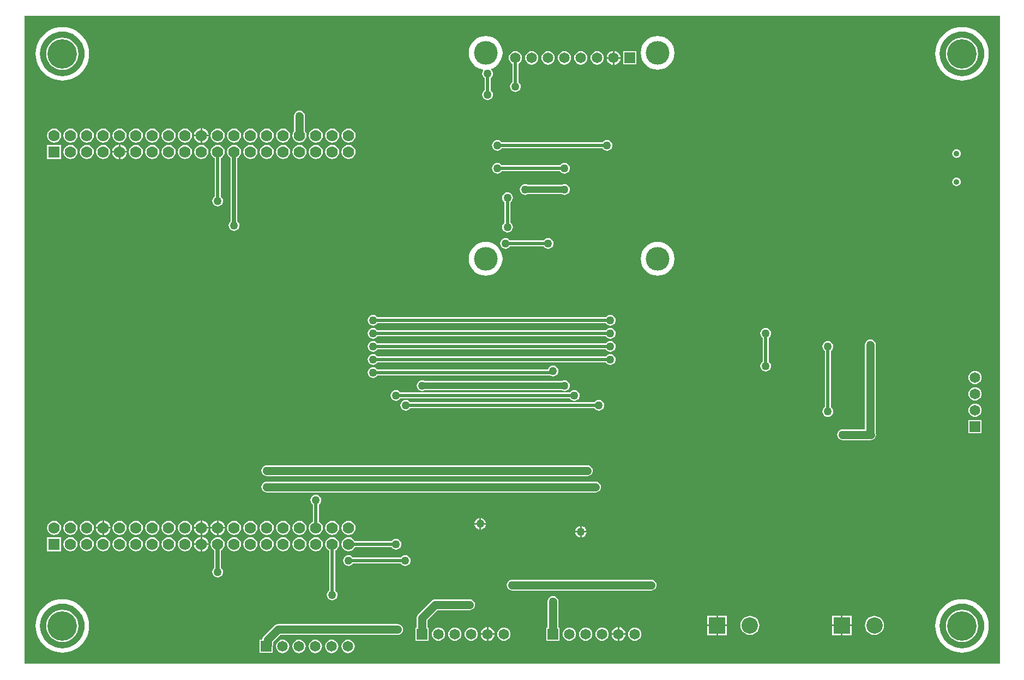
<source format=gbl>
G04*
G04 #@! TF.GenerationSoftware,Altium Limited,Altium Designer,21.9.2 (33)*
G04*
G04 Layer_Physical_Order=2*
G04 Layer_Color=16711680*
%FSLAX25Y25*%
%MOIN*%
G70*
G04*
G04 #@! TF.SameCoordinates,86937909-DB1A-4A49-A316-6C6AAAB68E2C*
G04*
G04*
G04 #@! TF.FilePolarity,Positive*
G04*
G01*
G75*
%ADD52C,0.02000*%
%ADD54C,0.05000*%
%ADD55C,0.04000*%
%ADD56C,0.02500*%
%ADD57C,0.06500*%
%ADD58R,0.06500X0.06500*%
%ADD59C,0.14500*%
%ADD60C,0.03543*%
%ADD61R,0.10000X0.10000*%
%ADD62C,0.10000*%
%ADD63R,0.06500X0.06500*%
%ADD64C,0.07000*%
%ADD65R,0.07000X0.07000*%
%ADD66C,0.05000*%
%ADD67C,0.18000*%
G36*
X598165Y1835D02*
X1835D01*
Y398165D01*
X598165D01*
X598165Y1835D01*
D02*
G37*
%LPC*%
G36*
X362500Y376721D02*
Y373000D01*
X366221D01*
X366141Y373609D01*
X365712Y374643D01*
X365031Y375531D01*
X364143Y376212D01*
X363109Y376641D01*
X362500Y376721D01*
D02*
G37*
G36*
X361500D02*
X360891Y376641D01*
X359857Y376212D01*
X358969Y375531D01*
X358288Y374643D01*
X357859Y373609D01*
X357779Y373000D01*
X361500D01*
Y376721D01*
D02*
G37*
G36*
X376050Y376550D02*
X367950D01*
Y368450D01*
X376050D01*
Y376550D01*
D02*
G37*
G36*
X352000Y376585D02*
X350943Y376446D01*
X349957Y376038D01*
X349112Y375389D01*
X348462Y374542D01*
X348054Y373557D01*
X347915Y372500D01*
X348054Y371443D01*
X348462Y370458D01*
X349112Y369612D01*
X349957Y368962D01*
X350943Y368554D01*
X352000Y368415D01*
X353057Y368554D01*
X354043Y368962D01*
X354889Y369612D01*
X355538Y370458D01*
X355946Y371443D01*
X356085Y372500D01*
X355946Y373557D01*
X355538Y374542D01*
X354889Y375389D01*
X354043Y376038D01*
X353057Y376446D01*
X352000Y376585D01*
D02*
G37*
G36*
X342000D02*
X340943Y376446D01*
X339957Y376038D01*
X339111Y375389D01*
X338462Y374542D01*
X338054Y373557D01*
X337915Y372500D01*
X338054Y371443D01*
X338462Y370458D01*
X339111Y369612D01*
X339957Y368962D01*
X340943Y368554D01*
X342000Y368415D01*
X343057Y368554D01*
X344042Y368962D01*
X344888Y369612D01*
X345538Y370458D01*
X345946Y371443D01*
X346085Y372500D01*
X345946Y373557D01*
X345538Y374542D01*
X344888Y375389D01*
X344042Y376038D01*
X343057Y376446D01*
X342000Y376585D01*
D02*
G37*
G36*
X332000D02*
X330943Y376446D01*
X329958Y376038D01*
X329112Y375389D01*
X328462Y374542D01*
X328054Y373557D01*
X327915Y372500D01*
X328054Y371443D01*
X328462Y370458D01*
X329112Y369612D01*
X329958Y368962D01*
X330943Y368554D01*
X332000Y368415D01*
X333057Y368554D01*
X334043Y368962D01*
X334889Y369612D01*
X335538Y370458D01*
X335946Y371443D01*
X336085Y372500D01*
X335946Y373557D01*
X335538Y374542D01*
X334889Y375389D01*
X334043Y376038D01*
X333057Y376446D01*
X332000Y376585D01*
D02*
G37*
G36*
X322000D02*
X320943Y376446D01*
X319957Y376038D01*
X319111Y375389D01*
X318462Y374542D01*
X318054Y373557D01*
X317915Y372500D01*
X318054Y371443D01*
X318462Y370458D01*
X319111Y369612D01*
X319957Y368962D01*
X320943Y368554D01*
X322000Y368415D01*
X323057Y368554D01*
X324043Y368962D01*
X324888Y369612D01*
X325538Y370458D01*
X325946Y371443D01*
X326085Y372500D01*
X325946Y373557D01*
X325538Y374542D01*
X324888Y375389D01*
X324043Y376038D01*
X323057Y376446D01*
X322000Y376585D01*
D02*
G37*
G36*
X312000D02*
X310943Y376446D01*
X309958Y376038D01*
X309111Y375389D01*
X308462Y374542D01*
X308054Y373557D01*
X307915Y372500D01*
X308054Y371443D01*
X308462Y370458D01*
X309111Y369612D01*
X309958Y368962D01*
X310943Y368554D01*
X312000Y368415D01*
X313057Y368554D01*
X314042Y368962D01*
X314889Y369612D01*
X315538Y370458D01*
X315946Y371443D01*
X316085Y372500D01*
X315946Y373557D01*
X315538Y374542D01*
X314889Y375389D01*
X314042Y376038D01*
X313057Y376446D01*
X312000Y376585D01*
D02*
G37*
G36*
X366221Y372000D02*
X362500D01*
Y368279D01*
X363109Y368359D01*
X364143Y368788D01*
X365031Y369469D01*
X365712Y370357D01*
X366141Y371391D01*
X366221Y372000D01*
D02*
G37*
G36*
X361500D02*
X357779D01*
X357859Y371391D01*
X358288Y370357D01*
X358969Y369469D01*
X359857Y368788D01*
X360891Y368359D01*
X361500Y368279D01*
Y372000D01*
D02*
G37*
G36*
X388918Y385950D02*
X386899Y385751D01*
X384958Y385162D01*
X383168Y384206D01*
X381600Y382919D01*
X380313Y381350D01*
X379356Y379561D01*
X378767Y377620D01*
X378569Y375600D01*
X378767Y373581D01*
X379356Y371640D01*
X380313Y369850D01*
X381600Y368282D01*
X383168Y366995D01*
X384958Y366038D01*
X386899Y365449D01*
X388918Y365250D01*
X390938Y365449D01*
X392879Y366038D01*
X394669Y366995D01*
X396237Y368282D01*
X397524Y369850D01*
X398480Y371640D01*
X399069Y373581D01*
X399268Y375600D01*
X399069Y377620D01*
X398480Y379561D01*
X397524Y381350D01*
X396237Y382919D01*
X394669Y384206D01*
X392879Y385162D01*
X390938Y385751D01*
X388918Y385950D01*
D02*
G37*
G36*
X575000Y391335D02*
X572868Y391195D01*
X570772Y390778D01*
X568749Y390091D01*
X566832Y389146D01*
X565056Y387959D01*
X563449Y386551D01*
X562041Y384944D01*
X560853Y383168D01*
X559908Y381251D01*
X559222Y379228D01*
X558805Y377132D01*
X558665Y375000D01*
X558805Y372868D01*
X559222Y370772D01*
X559908Y368749D01*
X560853Y366832D01*
X562041Y365056D01*
X563449Y363449D01*
X565056Y362041D01*
X566832Y360854D01*
X568749Y359909D01*
X570772Y359222D01*
X572868Y358805D01*
X575000Y358665D01*
X577132Y358805D01*
X579228Y359222D01*
X581251Y359909D01*
X583168Y360854D01*
X584944Y362041D01*
X586551Y363449D01*
X587959Y365056D01*
X589147Y366832D01*
X590092Y368749D01*
X590778Y370772D01*
X591195Y372868D01*
X591335Y375000D01*
X591195Y377132D01*
X590778Y379228D01*
X590092Y381251D01*
X589147Y383168D01*
X587959Y384944D01*
X586551Y386551D01*
X584944Y387959D01*
X583168Y389146D01*
X581251Y390091D01*
X579228Y390778D01*
X577132Y391195D01*
X575000Y391335D01*
D02*
G37*
G36*
X25000D02*
X22868Y391195D01*
X20772Y390778D01*
X18749Y390091D01*
X16833Y389146D01*
X15056Y387959D01*
X13449Y386551D01*
X12041Y384944D01*
X10853Y383168D01*
X9909Y381251D01*
X9222Y379228D01*
X8805Y377132D01*
X8665Y375000D01*
X8805Y372868D01*
X9222Y370772D01*
X9909Y368749D01*
X10853Y366832D01*
X12041Y365056D01*
X13449Y363449D01*
X15056Y362041D01*
X16833Y360854D01*
X18749Y359909D01*
X20772Y359222D01*
X22868Y358805D01*
X25000Y358665D01*
X27132Y358805D01*
X29228Y359222D01*
X31251Y359909D01*
X33167Y360854D01*
X34944Y362041D01*
X36551Y363449D01*
X37959Y365056D01*
X39147Y366832D01*
X40091Y368749D01*
X40778Y370772D01*
X41195Y372868D01*
X41335Y375000D01*
X41195Y377132D01*
X40778Y379228D01*
X40091Y381251D01*
X39147Y383168D01*
X37959Y384944D01*
X36551Y386551D01*
X34944Y387959D01*
X33167Y389146D01*
X31251Y390091D01*
X29228Y390778D01*
X27132Y391195D01*
X25000Y391335D01*
D02*
G37*
G36*
X302000Y376585D02*
X300943Y376446D01*
X299957Y376038D01*
X299112Y375389D01*
X298462Y374542D01*
X298054Y373557D01*
X297915Y372500D01*
X298054Y371443D01*
X298462Y370458D01*
X299112Y369612D01*
X299957Y368962D01*
X300165Y368877D01*
Y357751D01*
X299646Y357354D01*
X299117Y356664D01*
X298785Y355861D01*
X298672Y355000D01*
X298785Y354138D01*
X299117Y353336D01*
X299646Y352646D01*
X300336Y352117D01*
X301138Y351785D01*
X302000Y351672D01*
X302861Y351785D01*
X303664Y352117D01*
X304354Y352646D01*
X304883Y353336D01*
X305215Y354138D01*
X305328Y355000D01*
X305215Y355861D01*
X304883Y356664D01*
X304354Y357354D01*
X303835Y357751D01*
Y368877D01*
X304043Y368962D01*
X304889Y369612D01*
X305538Y370458D01*
X305946Y371443D01*
X306085Y372500D01*
X305946Y373557D01*
X305538Y374542D01*
X304889Y375389D01*
X304043Y376038D01*
X303057Y376446D01*
X302000Y376585D01*
D02*
G37*
G36*
X283800Y385950D02*
X281781Y385751D01*
X279840Y385162D01*
X278050Y384206D01*
X276482Y382919D01*
X275195Y381350D01*
X274238Y379561D01*
X273649Y377620D01*
X273450Y375600D01*
X273649Y373581D01*
X274238Y371640D01*
X275195Y369850D01*
X276482Y368282D01*
X278050Y366995D01*
X279840Y366038D01*
X281781Y365449D01*
X282182Y365410D01*
X282409Y364885D01*
X282131Y364522D01*
X281799Y363719D01*
X281685Y362858D01*
X281799Y361997D01*
X282131Y361194D01*
X282660Y360504D01*
X283178Y360107D01*
Y352762D01*
X282646Y352354D01*
X282118Y351664D01*
X281785Y350862D01*
X281672Y350000D01*
X281785Y349138D01*
X282118Y348336D01*
X282646Y347646D01*
X283336Y347117D01*
X284138Y346785D01*
X285000Y346672D01*
X285861Y346785D01*
X286664Y347117D01*
X287354Y347646D01*
X287882Y348336D01*
X288215Y349138D01*
X288329Y350000D01*
X288215Y350862D01*
X287882Y351664D01*
X287354Y352354D01*
X286849Y352741D01*
Y360107D01*
X287367Y360504D01*
X287896Y361194D01*
X288229Y361997D01*
X288342Y362858D01*
X288229Y363719D01*
X287896Y364522D01*
X287367Y365212D01*
X287141Y365385D01*
X287230Y365877D01*
X287761Y366038D01*
X289550Y366995D01*
X291119Y368282D01*
X292406Y369850D01*
X293362Y371640D01*
X293951Y373581D01*
X294150Y375600D01*
X293951Y377620D01*
X293362Y379561D01*
X292406Y381350D01*
X291119Y382919D01*
X289550Y384206D01*
X287761Y385162D01*
X285820Y385751D01*
X283800Y385950D01*
D02*
G37*
G36*
X110500Y329473D02*
Y325500D01*
X114473D01*
X114384Y326175D01*
X113931Y327269D01*
X113209Y328209D01*
X112269Y328931D01*
X111175Y329384D01*
X110500Y329473D01*
D02*
G37*
G36*
X109500D02*
X108825Y329384D01*
X107731Y328931D01*
X106791Y328209D01*
X106069Y327269D01*
X105616Y326175D01*
X105527Y325500D01*
X109500D01*
Y329473D01*
D02*
G37*
G36*
X358000Y322328D02*
X357138Y322215D01*
X356336Y321883D01*
X355646Y321354D01*
X355249Y320835D01*
X293751D01*
X293354Y321354D01*
X292664Y321883D01*
X291862Y322215D01*
X291000Y322328D01*
X290139Y322215D01*
X289336Y321883D01*
X288646Y321354D01*
X288118Y320664D01*
X287785Y319862D01*
X287671Y319000D01*
X287785Y318139D01*
X288118Y317336D01*
X288646Y316646D01*
X289336Y316118D01*
X290139Y315785D01*
X291000Y315671D01*
X291862Y315785D01*
X292664Y316118D01*
X293354Y316646D01*
X293751Y317165D01*
X355249D01*
X355646Y316646D01*
X356336Y316118D01*
X357138Y315785D01*
X358000Y315671D01*
X358861Y315785D01*
X359664Y316118D01*
X360354Y316646D01*
X360882Y317336D01*
X361215Y318139D01*
X361329Y319000D01*
X361215Y319862D01*
X360882Y320664D01*
X360354Y321354D01*
X359664Y321883D01*
X358861Y322215D01*
X358000Y322328D01*
D02*
G37*
G36*
X200000Y329337D02*
X198878Y329189D01*
X197831Y328756D01*
X196933Y328067D01*
X196244Y327169D01*
X195811Y326122D01*
X195663Y325000D01*
X195811Y323878D01*
X196244Y322831D01*
X196933Y321933D01*
X197831Y321244D01*
X198878Y320811D01*
X200000Y320663D01*
X201122Y320811D01*
X202169Y321244D01*
X203067Y321933D01*
X203756Y322831D01*
X204189Y323878D01*
X204337Y325000D01*
X204189Y326122D01*
X203756Y327169D01*
X203067Y328067D01*
X202169Y328756D01*
X201122Y329189D01*
X200000Y329337D01*
D02*
G37*
G36*
X190000D02*
X188877Y329189D01*
X187831Y328756D01*
X186933Y328067D01*
X186244Y327169D01*
X185811Y326122D01*
X185663Y325000D01*
X185811Y323878D01*
X186244Y322831D01*
X186933Y321933D01*
X187831Y321244D01*
X188877Y320811D01*
X190000Y320663D01*
X191122Y320811D01*
X192169Y321244D01*
X193067Y321933D01*
X193756Y322831D01*
X194189Y323878D01*
X194337Y325000D01*
X194189Y326122D01*
X193756Y327169D01*
X193067Y328067D01*
X192169Y328756D01*
X191122Y329189D01*
X190000Y329337D01*
D02*
G37*
G36*
X180000D02*
X178877Y329189D01*
X177831Y328756D01*
X176933Y328067D01*
X176244Y327169D01*
X175811Y326122D01*
X175663Y325000D01*
X175811Y323878D01*
X176244Y322831D01*
X176933Y321933D01*
X177831Y321244D01*
X178877Y320811D01*
X180000Y320663D01*
X181123Y320811D01*
X182169Y321244D01*
X183067Y321933D01*
X183756Y322831D01*
X184189Y323878D01*
X184337Y325000D01*
X184189Y326122D01*
X183756Y327169D01*
X183067Y328067D01*
X182169Y328756D01*
X181123Y329189D01*
X180000Y329337D01*
D02*
G37*
G36*
X170000Y340329D02*
X169139Y340215D01*
X168336Y339882D01*
X167646Y339354D01*
X167118Y338664D01*
X166785Y337861D01*
X166672Y337000D01*
Y327726D01*
X166244Y327169D01*
X165811Y326122D01*
X165663Y325000D01*
X165811Y323878D01*
X166244Y322831D01*
X166933Y321933D01*
X167831Y321244D01*
X168877Y320811D01*
X170000Y320663D01*
X171123Y320811D01*
X172169Y321244D01*
X173067Y321933D01*
X173756Y322831D01*
X174189Y323878D01*
X174337Y325000D01*
X174189Y326122D01*
X173756Y327169D01*
X173328Y327726D01*
Y337000D01*
X173215Y337861D01*
X172882Y338664D01*
X172354Y339354D01*
X171664Y339882D01*
X170861Y340215D01*
X170000Y340329D01*
D02*
G37*
G36*
X160000Y329337D02*
X158878Y329189D01*
X157831Y328756D01*
X156933Y328067D01*
X156244Y327169D01*
X155811Y326122D01*
X155663Y325000D01*
X155811Y323878D01*
X156244Y322831D01*
X156933Y321933D01*
X157831Y321244D01*
X158878Y320811D01*
X160000Y320663D01*
X161123Y320811D01*
X162169Y321244D01*
X163067Y321933D01*
X163756Y322831D01*
X164189Y323878D01*
X164337Y325000D01*
X164189Y326122D01*
X163756Y327169D01*
X163067Y328067D01*
X162169Y328756D01*
X161123Y329189D01*
X160000Y329337D01*
D02*
G37*
G36*
X150000D02*
X148878Y329189D01*
X147831Y328756D01*
X146933Y328067D01*
X146244Y327169D01*
X145811Y326122D01*
X145663Y325000D01*
X145811Y323878D01*
X146244Y322831D01*
X146933Y321933D01*
X147831Y321244D01*
X148878Y320811D01*
X150000Y320663D01*
X151122Y320811D01*
X152169Y321244D01*
X153067Y321933D01*
X153756Y322831D01*
X154189Y323878D01*
X154337Y325000D01*
X154189Y326122D01*
X153756Y327169D01*
X153067Y328067D01*
X152169Y328756D01*
X151122Y329189D01*
X150000Y329337D01*
D02*
G37*
G36*
X140000D02*
X138877Y329189D01*
X137831Y328756D01*
X136933Y328067D01*
X136244Y327169D01*
X135811Y326122D01*
X135663Y325000D01*
X135811Y323878D01*
X136244Y322831D01*
X136933Y321933D01*
X137831Y321244D01*
X138877Y320811D01*
X140000Y320663D01*
X141122Y320811D01*
X142169Y321244D01*
X143067Y321933D01*
X143756Y322831D01*
X144189Y323878D01*
X144337Y325000D01*
X144189Y326122D01*
X143756Y327169D01*
X143067Y328067D01*
X142169Y328756D01*
X141122Y329189D01*
X140000Y329337D01*
D02*
G37*
G36*
X130000D02*
X128877Y329189D01*
X127831Y328756D01*
X126933Y328067D01*
X126244Y327169D01*
X125811Y326122D01*
X125663Y325000D01*
X125811Y323878D01*
X126244Y322831D01*
X126933Y321933D01*
X127831Y321244D01*
X128877Y320811D01*
X130000Y320663D01*
X131123Y320811D01*
X132169Y321244D01*
X133067Y321933D01*
X133756Y322831D01*
X134189Y323878D01*
X134337Y325000D01*
X134189Y326122D01*
X133756Y327169D01*
X133067Y328067D01*
X132169Y328756D01*
X131123Y329189D01*
X130000Y329337D01*
D02*
G37*
G36*
X120000D02*
X118877Y329189D01*
X117831Y328756D01*
X116933Y328067D01*
X116244Y327169D01*
X115811Y326122D01*
X115663Y325000D01*
X115811Y323878D01*
X116244Y322831D01*
X116933Y321933D01*
X117831Y321244D01*
X118877Y320811D01*
X120000Y320663D01*
X121123Y320811D01*
X122169Y321244D01*
X123067Y321933D01*
X123756Y322831D01*
X124189Y323878D01*
X124337Y325000D01*
X124189Y326122D01*
X123756Y327169D01*
X123067Y328067D01*
X122169Y328756D01*
X121123Y329189D01*
X120000Y329337D01*
D02*
G37*
G36*
X100000D02*
X98878Y329189D01*
X97831Y328756D01*
X96933Y328067D01*
X96244Y327169D01*
X95811Y326122D01*
X95663Y325000D01*
X95811Y323878D01*
X96244Y322831D01*
X96933Y321933D01*
X97831Y321244D01*
X98878Y320811D01*
X100000Y320663D01*
X101122Y320811D01*
X102169Y321244D01*
X103067Y321933D01*
X103756Y322831D01*
X104189Y323878D01*
X104337Y325000D01*
X104189Y326122D01*
X103756Y327169D01*
X103067Y328067D01*
X102169Y328756D01*
X101122Y329189D01*
X100000Y329337D01*
D02*
G37*
G36*
X90000D02*
X88877Y329189D01*
X87831Y328756D01*
X86933Y328067D01*
X86244Y327169D01*
X85811Y326122D01*
X85663Y325000D01*
X85811Y323878D01*
X86244Y322831D01*
X86933Y321933D01*
X87831Y321244D01*
X88877Y320811D01*
X90000Y320663D01*
X91123Y320811D01*
X92169Y321244D01*
X93067Y321933D01*
X93756Y322831D01*
X94189Y323878D01*
X94337Y325000D01*
X94189Y326122D01*
X93756Y327169D01*
X93067Y328067D01*
X92169Y328756D01*
X91123Y329189D01*
X90000Y329337D01*
D02*
G37*
G36*
X80000D02*
X78878Y329189D01*
X77831Y328756D01*
X76933Y328067D01*
X76244Y327169D01*
X75811Y326122D01*
X75663Y325000D01*
X75811Y323878D01*
X76244Y322831D01*
X76933Y321933D01*
X77831Y321244D01*
X78878Y320811D01*
X80000Y320663D01*
X81122Y320811D01*
X82169Y321244D01*
X83067Y321933D01*
X83756Y322831D01*
X84189Y323878D01*
X84337Y325000D01*
X84189Y326122D01*
X83756Y327169D01*
X83067Y328067D01*
X82169Y328756D01*
X81122Y329189D01*
X80000Y329337D01*
D02*
G37*
G36*
X70000D02*
X68878Y329189D01*
X67831Y328756D01*
X66933Y328067D01*
X66244Y327169D01*
X65811Y326122D01*
X65663Y325000D01*
X65811Y323878D01*
X66244Y322831D01*
X66933Y321933D01*
X67831Y321244D01*
X68878Y320811D01*
X70000Y320663D01*
X71122Y320811D01*
X72169Y321244D01*
X73067Y321933D01*
X73756Y322831D01*
X74189Y323878D01*
X74337Y325000D01*
X74189Y326122D01*
X73756Y327169D01*
X73067Y328067D01*
X72169Y328756D01*
X71122Y329189D01*
X70000Y329337D01*
D02*
G37*
G36*
X60000D02*
X58877Y329189D01*
X57831Y328756D01*
X56933Y328067D01*
X56244Y327169D01*
X55811Y326122D01*
X55663Y325000D01*
X55811Y323878D01*
X56244Y322831D01*
X56933Y321933D01*
X57831Y321244D01*
X58877Y320811D01*
X60000Y320663D01*
X61123Y320811D01*
X62169Y321244D01*
X63067Y321933D01*
X63756Y322831D01*
X64189Y323878D01*
X64337Y325000D01*
X64189Y326122D01*
X63756Y327169D01*
X63067Y328067D01*
X62169Y328756D01*
X61123Y329189D01*
X60000Y329337D01*
D02*
G37*
G36*
X50000D02*
X48878Y329189D01*
X47831Y328756D01*
X46933Y328067D01*
X46244Y327169D01*
X45811Y326122D01*
X45663Y325000D01*
X45811Y323878D01*
X46244Y322831D01*
X46933Y321933D01*
X47831Y321244D01*
X48878Y320811D01*
X50000Y320663D01*
X51122Y320811D01*
X52169Y321244D01*
X53067Y321933D01*
X53756Y322831D01*
X54189Y323878D01*
X54337Y325000D01*
X54189Y326122D01*
X53756Y327169D01*
X53067Y328067D01*
X52169Y328756D01*
X51122Y329189D01*
X50000Y329337D01*
D02*
G37*
G36*
X40000D02*
X38877Y329189D01*
X37832Y328756D01*
X36933Y328067D01*
X36244Y327169D01*
X35811Y326122D01*
X35663Y325000D01*
X35811Y323878D01*
X36244Y322831D01*
X36933Y321933D01*
X37832Y321244D01*
X38877Y320811D01*
X40000Y320663D01*
X41122Y320811D01*
X42169Y321244D01*
X43067Y321933D01*
X43756Y322831D01*
X44189Y323878D01*
X44337Y325000D01*
X44189Y326122D01*
X43756Y327169D01*
X43067Y328067D01*
X42169Y328756D01*
X41122Y329189D01*
X40000Y329337D01*
D02*
G37*
G36*
X30000D02*
X28877Y329189D01*
X27832Y328756D01*
X26933Y328067D01*
X26244Y327169D01*
X25811Y326122D01*
X25663Y325000D01*
X25811Y323878D01*
X26244Y322831D01*
X26933Y321933D01*
X27832Y321244D01*
X28877Y320811D01*
X30000Y320663D01*
X31122Y320811D01*
X32168Y321244D01*
X33067Y321933D01*
X33756Y322831D01*
X34189Y323878D01*
X34337Y325000D01*
X34189Y326122D01*
X33756Y327169D01*
X33067Y328067D01*
X32168Y328756D01*
X31122Y329189D01*
X30000Y329337D01*
D02*
G37*
G36*
X20000D02*
X18878Y329189D01*
X17831Y328756D01*
X16933Y328067D01*
X16244Y327169D01*
X15811Y326122D01*
X15663Y325000D01*
X15811Y323878D01*
X16244Y322831D01*
X16933Y321933D01*
X17831Y321244D01*
X18878Y320811D01*
X20000Y320663D01*
X21123Y320811D01*
X22169Y321244D01*
X23067Y321933D01*
X23756Y322831D01*
X24189Y323878D01*
X24337Y325000D01*
X24189Y326122D01*
X23756Y327169D01*
X23067Y328067D01*
X22169Y328756D01*
X21123Y329189D01*
X20000Y329337D01*
D02*
G37*
G36*
X114473Y324500D02*
X110500D01*
Y320527D01*
X111175Y320616D01*
X112269Y321069D01*
X113209Y321791D01*
X113931Y322731D01*
X114384Y323825D01*
X114473Y324500D01*
D02*
G37*
G36*
X109500D02*
X105527D01*
X105616Y323825D01*
X106069Y322731D01*
X106791Y321791D01*
X107731Y321069D01*
X108825Y320616D01*
X109500Y320527D01*
Y324500D01*
D02*
G37*
G36*
X60500Y319473D02*
Y315500D01*
X64473D01*
X64384Y316175D01*
X63931Y317269D01*
X63209Y318209D01*
X62269Y318931D01*
X61175Y319384D01*
X60500Y319473D01*
D02*
G37*
G36*
X59500D02*
X58825Y319384D01*
X57731Y318931D01*
X56791Y318209D01*
X56069Y317269D01*
X55616Y316175D01*
X55527Y315500D01*
X59500D01*
Y319473D01*
D02*
G37*
G36*
X571661Y316594D02*
X570990Y316506D01*
X570365Y316246D01*
X569827Y315834D01*
X569415Y315297D01*
X569156Y314671D01*
X569068Y314000D01*
X569156Y313329D01*
X569415Y312703D01*
X569827Y312166D01*
X570365Y311754D01*
X570990Y311494D01*
X571661Y311406D01*
X572333Y311494D01*
X572958Y311754D01*
X573495Y312166D01*
X573908Y312703D01*
X574167Y313329D01*
X574255Y314000D01*
X574167Y314671D01*
X573908Y315297D01*
X573495Y315834D01*
X572958Y316246D01*
X572333Y316506D01*
X571661Y316594D01*
D02*
G37*
G36*
X24300Y319300D02*
X15700D01*
Y310700D01*
X24300D01*
Y319300D01*
D02*
G37*
G36*
X200000Y319337D02*
X198878Y319189D01*
X197831Y318756D01*
X196933Y318067D01*
X196244Y317169D01*
X195811Y316123D01*
X195663Y315000D01*
X195811Y313878D01*
X196244Y312831D01*
X196933Y311933D01*
X197831Y311244D01*
X198878Y310811D01*
X200000Y310663D01*
X201122Y310811D01*
X202169Y311244D01*
X203067Y311933D01*
X203756Y312831D01*
X204189Y313878D01*
X204337Y315000D01*
X204189Y316123D01*
X203756Y317169D01*
X203067Y318067D01*
X202169Y318756D01*
X201122Y319189D01*
X200000Y319337D01*
D02*
G37*
G36*
X190000D02*
X188877Y319189D01*
X187831Y318756D01*
X186933Y318067D01*
X186244Y317169D01*
X185811Y316123D01*
X185663Y315000D01*
X185811Y313878D01*
X186244Y312831D01*
X186933Y311933D01*
X187831Y311244D01*
X188877Y310811D01*
X190000Y310663D01*
X191122Y310811D01*
X192169Y311244D01*
X193067Y311933D01*
X193756Y312831D01*
X194189Y313878D01*
X194337Y315000D01*
X194189Y316123D01*
X193756Y317169D01*
X193067Y318067D01*
X192169Y318756D01*
X191122Y319189D01*
X190000Y319337D01*
D02*
G37*
G36*
X180000D02*
X178877Y319189D01*
X177831Y318756D01*
X176933Y318067D01*
X176244Y317169D01*
X175811Y316123D01*
X175663Y315000D01*
X175811Y313878D01*
X176244Y312831D01*
X176933Y311933D01*
X177831Y311244D01*
X178877Y310811D01*
X180000Y310663D01*
X181123Y310811D01*
X182169Y311244D01*
X183067Y311933D01*
X183756Y312831D01*
X184189Y313878D01*
X184337Y315000D01*
X184189Y316123D01*
X183756Y317169D01*
X183067Y318067D01*
X182169Y318756D01*
X181123Y319189D01*
X180000Y319337D01*
D02*
G37*
G36*
X170000D02*
X168877Y319189D01*
X167831Y318756D01*
X166933Y318067D01*
X166244Y317169D01*
X165811Y316123D01*
X165663Y315000D01*
X165811Y313878D01*
X166244Y312831D01*
X166933Y311933D01*
X167831Y311244D01*
X168877Y310811D01*
X170000Y310663D01*
X171123Y310811D01*
X172169Y311244D01*
X173067Y311933D01*
X173756Y312831D01*
X174189Y313878D01*
X174337Y315000D01*
X174189Y316123D01*
X173756Y317169D01*
X173067Y318067D01*
X172169Y318756D01*
X171123Y319189D01*
X170000Y319337D01*
D02*
G37*
G36*
X160000D02*
X158878Y319189D01*
X157831Y318756D01*
X156933Y318067D01*
X156244Y317169D01*
X155811Y316123D01*
X155663Y315000D01*
X155811Y313878D01*
X156244Y312831D01*
X156933Y311933D01*
X157831Y311244D01*
X158878Y310811D01*
X160000Y310663D01*
X161123Y310811D01*
X162169Y311244D01*
X163067Y311933D01*
X163756Y312831D01*
X164189Y313878D01*
X164337Y315000D01*
X164189Y316123D01*
X163756Y317169D01*
X163067Y318067D01*
X162169Y318756D01*
X161123Y319189D01*
X160000Y319337D01*
D02*
G37*
G36*
X150000D02*
X148878Y319189D01*
X147831Y318756D01*
X146933Y318067D01*
X146244Y317169D01*
X145811Y316123D01*
X145663Y315000D01*
X145811Y313878D01*
X146244Y312831D01*
X146933Y311933D01*
X147831Y311244D01*
X148878Y310811D01*
X150000Y310663D01*
X151122Y310811D01*
X152169Y311244D01*
X153067Y311933D01*
X153756Y312831D01*
X154189Y313878D01*
X154337Y315000D01*
X154189Y316123D01*
X153756Y317169D01*
X153067Y318067D01*
X152169Y318756D01*
X151122Y319189D01*
X150000Y319337D01*
D02*
G37*
G36*
X140000D02*
X138877Y319189D01*
X137831Y318756D01*
X136933Y318067D01*
X136244Y317169D01*
X135811Y316123D01*
X135663Y315000D01*
X135811Y313878D01*
X136244Y312831D01*
X136933Y311933D01*
X137831Y311244D01*
X138877Y310811D01*
X140000Y310663D01*
X141122Y310811D01*
X142169Y311244D01*
X143067Y311933D01*
X143756Y312831D01*
X144189Y313878D01*
X144337Y315000D01*
X144189Y316123D01*
X143756Y317169D01*
X143067Y318067D01*
X142169Y318756D01*
X141122Y319189D01*
X140000Y319337D01*
D02*
G37*
G36*
X110000D02*
X108878Y319189D01*
X107831Y318756D01*
X106933Y318067D01*
X106244Y317169D01*
X105811Y316123D01*
X105663Y315000D01*
X105811Y313878D01*
X106244Y312831D01*
X106933Y311933D01*
X107831Y311244D01*
X108878Y310811D01*
X110000Y310663D01*
X111123Y310811D01*
X112169Y311244D01*
X113067Y311933D01*
X113756Y312831D01*
X114189Y313878D01*
X114337Y315000D01*
X114189Y316123D01*
X113756Y317169D01*
X113067Y318067D01*
X112169Y318756D01*
X111123Y319189D01*
X110000Y319337D01*
D02*
G37*
G36*
X100000D02*
X98878Y319189D01*
X97831Y318756D01*
X96933Y318067D01*
X96244Y317169D01*
X95811Y316123D01*
X95663Y315000D01*
X95811Y313878D01*
X96244Y312831D01*
X96933Y311933D01*
X97831Y311244D01*
X98878Y310811D01*
X100000Y310663D01*
X101122Y310811D01*
X102169Y311244D01*
X103067Y311933D01*
X103756Y312831D01*
X104189Y313878D01*
X104337Y315000D01*
X104189Y316123D01*
X103756Y317169D01*
X103067Y318067D01*
X102169Y318756D01*
X101122Y319189D01*
X100000Y319337D01*
D02*
G37*
G36*
X90000D02*
X88877Y319189D01*
X87831Y318756D01*
X86933Y318067D01*
X86244Y317169D01*
X85811Y316123D01*
X85663Y315000D01*
X85811Y313878D01*
X86244Y312831D01*
X86933Y311933D01*
X87831Y311244D01*
X88877Y310811D01*
X90000Y310663D01*
X91123Y310811D01*
X92169Y311244D01*
X93067Y311933D01*
X93756Y312831D01*
X94189Y313878D01*
X94337Y315000D01*
X94189Y316123D01*
X93756Y317169D01*
X93067Y318067D01*
X92169Y318756D01*
X91123Y319189D01*
X90000Y319337D01*
D02*
G37*
G36*
X80000D02*
X78878Y319189D01*
X77831Y318756D01*
X76933Y318067D01*
X76244Y317169D01*
X75811Y316123D01*
X75663Y315000D01*
X75811Y313878D01*
X76244Y312831D01*
X76933Y311933D01*
X77831Y311244D01*
X78878Y310811D01*
X80000Y310663D01*
X81122Y310811D01*
X82169Y311244D01*
X83067Y311933D01*
X83756Y312831D01*
X84189Y313878D01*
X84337Y315000D01*
X84189Y316123D01*
X83756Y317169D01*
X83067Y318067D01*
X82169Y318756D01*
X81122Y319189D01*
X80000Y319337D01*
D02*
G37*
G36*
X70000D02*
X68878Y319189D01*
X67831Y318756D01*
X66933Y318067D01*
X66244Y317169D01*
X65811Y316123D01*
X65663Y315000D01*
X65811Y313878D01*
X66244Y312831D01*
X66933Y311933D01*
X67831Y311244D01*
X68878Y310811D01*
X70000Y310663D01*
X71122Y310811D01*
X72169Y311244D01*
X73067Y311933D01*
X73756Y312831D01*
X74189Y313878D01*
X74337Y315000D01*
X74189Y316123D01*
X73756Y317169D01*
X73067Y318067D01*
X72169Y318756D01*
X71122Y319189D01*
X70000Y319337D01*
D02*
G37*
G36*
X50000D02*
X48878Y319189D01*
X47831Y318756D01*
X46933Y318067D01*
X46244Y317169D01*
X45811Y316123D01*
X45663Y315000D01*
X45811Y313878D01*
X46244Y312831D01*
X46933Y311933D01*
X47831Y311244D01*
X48878Y310811D01*
X50000Y310663D01*
X51122Y310811D01*
X52169Y311244D01*
X53067Y311933D01*
X53756Y312831D01*
X54189Y313878D01*
X54337Y315000D01*
X54189Y316123D01*
X53756Y317169D01*
X53067Y318067D01*
X52169Y318756D01*
X51122Y319189D01*
X50000Y319337D01*
D02*
G37*
G36*
X40000D02*
X38877Y319189D01*
X37832Y318756D01*
X36933Y318067D01*
X36244Y317169D01*
X35811Y316123D01*
X35663Y315000D01*
X35811Y313878D01*
X36244Y312831D01*
X36933Y311933D01*
X37832Y311244D01*
X38877Y310811D01*
X40000Y310663D01*
X41122Y310811D01*
X42169Y311244D01*
X43067Y311933D01*
X43756Y312831D01*
X44189Y313878D01*
X44337Y315000D01*
X44189Y316123D01*
X43756Y317169D01*
X43067Y318067D01*
X42169Y318756D01*
X41122Y319189D01*
X40000Y319337D01*
D02*
G37*
G36*
X30000D02*
X28877Y319189D01*
X27832Y318756D01*
X26933Y318067D01*
X26244Y317169D01*
X25811Y316123D01*
X25663Y315000D01*
X25811Y313878D01*
X26244Y312831D01*
X26933Y311933D01*
X27832Y311244D01*
X28877Y310811D01*
X30000Y310663D01*
X31122Y310811D01*
X32168Y311244D01*
X33067Y311933D01*
X33756Y312831D01*
X34189Y313878D01*
X34337Y315000D01*
X34189Y316123D01*
X33756Y317169D01*
X33067Y318067D01*
X32168Y318756D01*
X31122Y319189D01*
X30000Y319337D01*
D02*
G37*
G36*
X64473Y314500D02*
X60500D01*
Y310527D01*
X61175Y310616D01*
X62269Y311069D01*
X63209Y311791D01*
X63931Y312731D01*
X64384Y313825D01*
X64473Y314500D01*
D02*
G37*
G36*
X59500D02*
X55527D01*
X55616Y313825D01*
X56069Y312731D01*
X56791Y311791D01*
X57731Y311069D01*
X58825Y310616D01*
X59500Y310527D01*
Y314500D01*
D02*
G37*
G36*
X332000Y308329D02*
X331138Y308215D01*
X330336Y307882D01*
X329646Y307354D01*
X329249Y306835D01*
X293751D01*
X293354Y307354D01*
X292664Y307882D01*
X291862Y308215D01*
X291000Y308329D01*
X290139Y308215D01*
X289336Y307882D01*
X288646Y307354D01*
X288118Y306664D01*
X287785Y305861D01*
X287671Y305000D01*
X287785Y304138D01*
X288118Y303336D01*
X288646Y302646D01*
X289336Y302117D01*
X290139Y301785D01*
X291000Y301672D01*
X291862Y301785D01*
X292664Y302117D01*
X293354Y302646D01*
X293751Y303165D01*
X329249D01*
X329646Y302646D01*
X330336Y302117D01*
X331138Y301785D01*
X332000Y301672D01*
X332861Y301785D01*
X333664Y302117D01*
X334354Y302646D01*
X334882Y303336D01*
X335215Y304138D01*
X335329Y305000D01*
X335215Y305861D01*
X334882Y306664D01*
X334354Y307354D01*
X333664Y307882D01*
X332861Y308215D01*
X332000Y308329D01*
D02*
G37*
G36*
Y295328D02*
X331138Y295215D01*
X330336Y294882D01*
X330260Y294824D01*
X309740D01*
X309664Y294882D01*
X308861Y295215D01*
X308000Y295328D01*
X307138Y295215D01*
X306336Y294882D01*
X305646Y294354D01*
X305118Y293664D01*
X304785Y292862D01*
X304672Y292000D01*
X304785Y291139D01*
X305118Y290336D01*
X305646Y289646D01*
X306336Y289118D01*
X307138Y288785D01*
X308000Y288671D01*
X308861Y288785D01*
X309664Y289118D01*
X309740Y289176D01*
X330260D01*
X330336Y289118D01*
X331138Y288785D01*
X332000Y288671D01*
X332861Y288785D01*
X333664Y289118D01*
X334354Y289646D01*
X334882Y290336D01*
X335215Y291139D01*
X335329Y292000D01*
X335215Y292862D01*
X334882Y293664D01*
X334354Y294354D01*
X333664Y294882D01*
X332861Y295215D01*
X332000Y295328D01*
D02*
G37*
G36*
X571661Y299271D02*
X570990Y299183D01*
X570365Y298923D01*
X569827Y298511D01*
X569415Y297974D01*
X569156Y297348D01*
X569068Y296677D01*
X569156Y296006D01*
X569415Y295380D01*
X569827Y294843D01*
X570365Y294431D01*
X570990Y294172D01*
X571661Y294083D01*
X572333Y294172D01*
X572958Y294431D01*
X573495Y294843D01*
X573908Y295380D01*
X574167Y296006D01*
X574255Y296677D01*
X574167Y297348D01*
X573908Y297974D01*
X573495Y298511D01*
X572958Y298923D01*
X572333Y299183D01*
X571661Y299271D01*
D02*
G37*
G36*
X120000Y319337D02*
X118877Y319189D01*
X117831Y318756D01*
X116933Y318067D01*
X116244Y317169D01*
X115811Y316123D01*
X115663Y315000D01*
X115811Y313878D01*
X116244Y312831D01*
X116933Y311933D01*
X117831Y311244D01*
X118165Y311106D01*
Y287751D01*
X117646Y287354D01*
X117118Y286664D01*
X116785Y285861D01*
X116672Y285000D01*
X116785Y284138D01*
X117118Y283336D01*
X117646Y282646D01*
X118336Y282118D01*
X119139Y281785D01*
X120000Y281672D01*
X120861Y281785D01*
X121664Y282118D01*
X122354Y282646D01*
X122882Y283336D01*
X123215Y284138D01*
X123328Y285000D01*
X123215Y285861D01*
X122882Y286664D01*
X122354Y287354D01*
X121835Y287751D01*
Y311106D01*
X122169Y311244D01*
X123067Y311933D01*
X123756Y312831D01*
X124189Y313878D01*
X124337Y315000D01*
X124189Y316123D01*
X123756Y317169D01*
X123067Y318067D01*
X122169Y318756D01*
X121123Y319189D01*
X120000Y319337D01*
D02*
G37*
G36*
X130000D02*
X128877Y319189D01*
X127831Y318756D01*
X126933Y318067D01*
X126244Y317169D01*
X125811Y316123D01*
X125663Y315000D01*
X125811Y313878D01*
X126244Y312831D01*
X126933Y311933D01*
X127831Y311244D01*
X127910Y311211D01*
Y272556D01*
X127646Y272354D01*
X127118Y271664D01*
X126785Y270862D01*
X126672Y270000D01*
X126785Y269139D01*
X127118Y268336D01*
X127646Y267646D01*
X128336Y267118D01*
X129139Y266785D01*
X130000Y266671D01*
X130861Y266785D01*
X131664Y267118D01*
X132354Y267646D01*
X132882Y268336D01*
X133215Y269139D01*
X133328Y270000D01*
X133215Y270862D01*
X132882Y271664D01*
X132354Y272354D01*
X132090Y272556D01*
Y311211D01*
X132169Y311244D01*
X133067Y311933D01*
X133756Y312831D01*
X134189Y313878D01*
X134337Y315000D01*
X134189Y316123D01*
X133756Y317169D01*
X133067Y318067D01*
X132169Y318756D01*
X131123Y319189D01*
X130000Y319337D01*
D02*
G37*
G36*
X297204Y290329D02*
X296342Y290215D01*
X295540Y289882D01*
X294850Y289354D01*
X294321Y288664D01*
X293989Y287861D01*
X293875Y287000D01*
X293989Y286139D01*
X294321Y285336D01*
X294850Y284646D01*
X295369Y284249D01*
Y271751D01*
X294850Y271354D01*
X294321Y270664D01*
X293989Y269862D01*
X293875Y269000D01*
X293989Y268139D01*
X294321Y267336D01*
X294850Y266646D01*
X295540Y266118D01*
X296342Y265785D01*
X297204Y265671D01*
X298065Y265785D01*
X298868Y266118D01*
X299557Y266646D01*
X300086Y267336D01*
X300419Y268139D01*
X300532Y269000D01*
X300419Y269862D01*
X300086Y270664D01*
X299557Y271354D01*
X299039Y271751D01*
Y284249D01*
X299557Y284646D01*
X300086Y285336D01*
X300419Y286139D01*
X300532Y287000D01*
X300419Y287861D01*
X300086Y288664D01*
X299557Y289354D01*
X298868Y289882D01*
X298065Y290215D01*
X297204Y290329D01*
D02*
G37*
G36*
X322000Y262329D02*
X321139Y262215D01*
X320336Y261882D01*
X319646Y261354D01*
X319249Y260835D01*
X298751D01*
X298354Y261354D01*
X297664Y261882D01*
X296862Y262215D01*
X296000Y262329D01*
X295139Y262215D01*
X294336Y261882D01*
X293646Y261354D01*
X293117Y260664D01*
X292785Y259861D01*
X292671Y259000D01*
X292785Y258138D01*
X293117Y257336D01*
X293646Y256646D01*
X294336Y256118D01*
X295139Y255785D01*
X296000Y255672D01*
X296862Y255785D01*
X297664Y256118D01*
X298354Y256646D01*
X298751Y257165D01*
X319249D01*
X319646Y256646D01*
X320336Y256118D01*
X321139Y255785D01*
X322000Y255672D01*
X322862Y255785D01*
X323664Y256118D01*
X324354Y256646D01*
X324883Y257336D01*
X325215Y258138D01*
X325328Y259000D01*
X325215Y259861D01*
X324883Y260664D01*
X324354Y261354D01*
X323664Y261882D01*
X322862Y262215D01*
X322000Y262329D01*
D02*
G37*
G36*
X388918Y259966D02*
X386899Y259767D01*
X384958Y259178D01*
X383168Y258222D01*
X381600Y256934D01*
X380313Y255366D01*
X379356Y253577D01*
X378767Y251635D01*
X378569Y249616D01*
X378767Y247597D01*
X379356Y245655D01*
X380313Y243866D01*
X381600Y242298D01*
X383168Y241010D01*
X384958Y240054D01*
X386899Y239465D01*
X388918Y239266D01*
X390938Y239465D01*
X392879Y240054D01*
X394669Y241010D01*
X396237Y242298D01*
X397524Y243866D01*
X398480Y245655D01*
X399069Y247597D01*
X399268Y249616D01*
X399069Y251635D01*
X398480Y253577D01*
X397524Y255366D01*
X396237Y256934D01*
X394669Y258222D01*
X392879Y259178D01*
X390938Y259767D01*
X388918Y259966D01*
D02*
G37*
G36*
X283800D02*
X281781Y259767D01*
X279840Y259178D01*
X278050Y258222D01*
X276482Y256934D01*
X275195Y255366D01*
X274238Y253577D01*
X273649Y251635D01*
X273450Y249616D01*
X273649Y247597D01*
X274238Y245655D01*
X275195Y243866D01*
X276482Y242298D01*
X278050Y241010D01*
X279840Y240054D01*
X281781Y239465D01*
X283800Y239266D01*
X285820Y239465D01*
X287761Y240054D01*
X289550Y241010D01*
X291119Y242298D01*
X292406Y243866D01*
X293362Y245655D01*
X293951Y247597D01*
X294150Y249616D01*
X293951Y251635D01*
X293362Y253577D01*
X292406Y255366D01*
X291119Y256934D01*
X289550Y258222D01*
X287761Y259178D01*
X285820Y259767D01*
X283800Y259966D01*
D02*
G37*
G36*
X360000Y215329D02*
X359138Y215215D01*
X358336Y214882D01*
X357646Y214354D01*
X357249Y213835D01*
X217751D01*
X217354Y214354D01*
X216664Y214882D01*
X215862Y215215D01*
X215000Y215329D01*
X214139Y215215D01*
X213336Y214882D01*
X212646Y214354D01*
X212118Y213664D01*
X211785Y212861D01*
X211671Y212000D01*
X211785Y211139D01*
X212118Y210336D01*
X212646Y209646D01*
X213336Y209118D01*
X214139Y208785D01*
X215000Y208671D01*
X215862Y208785D01*
X216664Y209118D01*
X217354Y209646D01*
X217751Y210165D01*
X357249D01*
X357646Y209646D01*
X358336Y209118D01*
X359138Y208785D01*
X360000Y208671D01*
X360861Y208785D01*
X361664Y209118D01*
X362354Y209646D01*
X362882Y210336D01*
X363215Y211139D01*
X363329Y212000D01*
X363215Y212861D01*
X362882Y213664D01*
X362354Y214354D01*
X361664Y214882D01*
X360861Y215215D01*
X360000Y215329D01*
D02*
G37*
G36*
Y207329D02*
X359138Y207215D01*
X358336Y206883D01*
X357646Y206354D01*
X357249Y205835D01*
X217751D01*
X217354Y206354D01*
X216664Y206883D01*
X215862Y207215D01*
X215000Y207329D01*
X214139Y207215D01*
X213336Y206883D01*
X212646Y206354D01*
X212118Y205664D01*
X211785Y204861D01*
X211671Y204000D01*
X211785Y203138D01*
X212118Y202336D01*
X212646Y201646D01*
X213336Y201117D01*
X214139Y200785D01*
X215000Y200672D01*
X215862Y200785D01*
X216664Y201117D01*
X217354Y201646D01*
X217751Y202165D01*
X357249D01*
X357646Y201646D01*
X358336Y201117D01*
X359138Y200785D01*
X360000Y200672D01*
X360861Y200785D01*
X361664Y201117D01*
X362354Y201646D01*
X362882Y202336D01*
X363215Y203138D01*
X363329Y204000D01*
X363215Y204861D01*
X362882Y205664D01*
X362354Y206354D01*
X361664Y206883D01*
X360861Y207215D01*
X360000Y207329D01*
D02*
G37*
G36*
Y199328D02*
X359138Y199215D01*
X358336Y198882D01*
X357646Y198354D01*
X357249Y197835D01*
X217751D01*
X217354Y198354D01*
X216664Y198882D01*
X215862Y199215D01*
X215000Y199328D01*
X214139Y199215D01*
X213336Y198882D01*
X212646Y198354D01*
X212118Y197664D01*
X211785Y196862D01*
X211671Y196000D01*
X211785Y195139D01*
X212118Y194336D01*
X212646Y193646D01*
X213336Y193117D01*
X214139Y192785D01*
X215000Y192672D01*
X215862Y192785D01*
X216664Y193117D01*
X217354Y193646D01*
X217751Y194165D01*
X357249D01*
X357646Y193646D01*
X358336Y193117D01*
X359138Y192785D01*
X360000Y192672D01*
X360861Y192785D01*
X361664Y193117D01*
X362354Y193646D01*
X362882Y194336D01*
X363215Y195139D01*
X363329Y196000D01*
X363215Y196862D01*
X362882Y197664D01*
X362354Y198354D01*
X361664Y198882D01*
X360861Y199215D01*
X360000Y199328D01*
D02*
G37*
G36*
Y191329D02*
X359138Y191215D01*
X358336Y190883D01*
X357646Y190354D01*
X357249Y189835D01*
X217751D01*
X217354Y190354D01*
X216664Y190883D01*
X215862Y191215D01*
X215000Y191329D01*
X214139Y191215D01*
X213336Y190883D01*
X212646Y190354D01*
X212118Y189664D01*
X211785Y188862D01*
X211671Y188000D01*
X211785Y187138D01*
X212118Y186336D01*
X212646Y185646D01*
X213336Y185117D01*
X214139Y184785D01*
X215000Y184671D01*
X215862Y184785D01*
X216664Y185117D01*
X217354Y185646D01*
X217751Y186165D01*
X357249D01*
X357646Y185646D01*
X358336Y185117D01*
X359138Y184785D01*
X360000Y184671D01*
X360861Y184785D01*
X361664Y185117D01*
X362354Y185646D01*
X362882Y186336D01*
X363215Y187138D01*
X363329Y188000D01*
X363215Y188862D01*
X362882Y189664D01*
X362354Y190354D01*
X361664Y190883D01*
X360861Y191215D01*
X360000Y191329D01*
D02*
G37*
G36*
X325000Y184328D02*
X324138Y184215D01*
X323336Y183882D01*
X322646Y183354D01*
X322117Y182664D01*
X321785Y181861D01*
X321781Y181835D01*
X217751D01*
X217354Y182354D01*
X216664Y182882D01*
X215862Y183215D01*
X215000Y183328D01*
X214139Y183215D01*
X213336Y182882D01*
X212646Y182354D01*
X212118Y181664D01*
X211785Y180861D01*
X211671Y180000D01*
X211785Y179139D01*
X212118Y178336D01*
X212646Y177646D01*
X213336Y177118D01*
X214139Y176785D01*
X215000Y176672D01*
X215862Y176785D01*
X216664Y177118D01*
X217354Y177646D01*
X217751Y178165D01*
X323188D01*
X323256Y178178D01*
X323336Y178118D01*
X324138Y177785D01*
X325000Y177672D01*
X325862Y177785D01*
X326664Y178118D01*
X327354Y178646D01*
X327883Y179336D01*
X328215Y180139D01*
X328328Y181000D01*
X328215Y181861D01*
X327883Y182664D01*
X327354Y183354D01*
X326664Y183882D01*
X325862Y184215D01*
X325000Y184328D01*
D02*
G37*
G36*
X455000Y207304D02*
X454139Y207190D01*
X453336Y206858D01*
X452646Y206329D01*
X452117Y205639D01*
X451785Y204837D01*
X451672Y203975D01*
X451785Y203114D01*
X452117Y202311D01*
X452646Y201622D01*
X453165Y201224D01*
Y186751D01*
X452646Y186354D01*
X452117Y185664D01*
X451785Y184862D01*
X451672Y184000D01*
X451785Y183139D01*
X452117Y182336D01*
X452646Y181646D01*
X453336Y181117D01*
X454139Y180785D01*
X455000Y180672D01*
X455862Y180785D01*
X456664Y181117D01*
X457354Y181646D01*
X457882Y182336D01*
X458215Y183139D01*
X458328Y184000D01*
X458215Y184862D01*
X457882Y185664D01*
X457354Y186354D01*
X456835Y186751D01*
Y201224D01*
X457354Y201622D01*
X457882Y202311D01*
X458215Y203114D01*
X458328Y203975D01*
X458215Y204837D01*
X457882Y205639D01*
X457354Y206329D01*
X456664Y206858D01*
X455862Y207190D01*
X455000Y207304D01*
D02*
G37*
G36*
X332000Y175329D02*
X331138Y175215D01*
X330336Y174882D01*
X330260Y174824D01*
X246740D01*
X246664Y174882D01*
X245862Y175215D01*
X245000Y175329D01*
X244139Y175215D01*
X243336Y174882D01*
X242646Y174354D01*
X242118Y173664D01*
X241785Y172862D01*
X241671Y172000D01*
X241785Y171139D01*
X242118Y170336D01*
X242646Y169646D01*
X243336Y169117D01*
X244139Y168785D01*
X245000Y168672D01*
X245862Y168785D01*
X246664Y169117D01*
X246740Y169176D01*
X330260D01*
X330336Y169117D01*
X331138Y168785D01*
X332000Y168672D01*
X332861Y168785D01*
X333664Y169117D01*
X334354Y169646D01*
X334882Y170336D01*
X335215Y171139D01*
X335329Y172000D01*
X335215Y172862D01*
X334882Y173664D01*
X334354Y174354D01*
X333664Y174882D01*
X332861Y175215D01*
X332000Y175329D01*
D02*
G37*
G36*
X583000Y181085D02*
X581943Y180946D01*
X580958Y180538D01*
X580112Y179888D01*
X579462Y179042D01*
X579054Y178057D01*
X578915Y177000D01*
X579054Y175943D01*
X579462Y174958D01*
X580112Y174111D01*
X580958Y173462D01*
X581943Y173054D01*
X583000Y172915D01*
X584057Y173054D01*
X585042Y173462D01*
X585888Y174111D01*
X586538Y174958D01*
X586946Y175943D01*
X587085Y177000D01*
X586946Y178057D01*
X586538Y179042D01*
X585888Y179888D01*
X585042Y180538D01*
X584057Y180946D01*
X583000Y181085D01*
D02*
G37*
G36*
X338000Y169328D02*
X337139Y169215D01*
X336336Y168883D01*
X335646Y168354D01*
X335249Y167835D01*
X231751D01*
X231354Y168354D01*
X230664Y168883D01*
X229861Y169215D01*
X229000Y169328D01*
X228138Y169215D01*
X227336Y168883D01*
X226646Y168354D01*
X226117Y167664D01*
X225785Y166861D01*
X225672Y166000D01*
X225785Y165138D01*
X226117Y164336D01*
X226646Y163646D01*
X227336Y163118D01*
X228138Y162785D01*
X229000Y162671D01*
X229861Y162785D01*
X230664Y163118D01*
X231354Y163646D01*
X231751Y164165D01*
X335249D01*
X335646Y163646D01*
X336336Y163118D01*
X337139Y162785D01*
X338000Y162671D01*
X338861Y162785D01*
X339664Y163118D01*
X340354Y163646D01*
X340882Y164336D01*
X341215Y165138D01*
X341329Y166000D01*
X341215Y166861D01*
X340882Y167664D01*
X340354Y168354D01*
X339664Y168883D01*
X338861Y169215D01*
X338000Y169328D01*
D02*
G37*
G36*
X583000Y171085D02*
X581943Y170946D01*
X580958Y170538D01*
X580112Y169888D01*
X579462Y169043D01*
X579054Y168057D01*
X578915Y167000D01*
X579054Y165943D01*
X579462Y164957D01*
X580112Y164111D01*
X580958Y163462D01*
X581943Y163054D01*
X583000Y162915D01*
X584057Y163054D01*
X585042Y163462D01*
X585888Y164111D01*
X586538Y164957D01*
X586946Y165943D01*
X587085Y167000D01*
X586946Y168057D01*
X586538Y169043D01*
X585888Y169888D01*
X585042Y170538D01*
X584057Y170946D01*
X583000Y171085D01*
D02*
G37*
G36*
X353000Y163329D02*
X352138Y163215D01*
X351336Y162882D01*
X350646Y162354D01*
X350249Y161835D01*
X237751D01*
X237354Y162354D01*
X236664Y162882D01*
X235861Y163215D01*
X235000Y163329D01*
X234138Y163215D01*
X233336Y162882D01*
X232646Y162354D01*
X232118Y161664D01*
X231785Y160862D01*
X231672Y160000D01*
X231785Y159139D01*
X232118Y158336D01*
X232646Y157646D01*
X233336Y157117D01*
X234138Y156785D01*
X235000Y156672D01*
X235861Y156785D01*
X236664Y157117D01*
X237354Y157646D01*
X237751Y158165D01*
X350249D01*
X350646Y157646D01*
X351336Y157117D01*
X352138Y156785D01*
X353000Y156672D01*
X353861Y156785D01*
X354664Y157117D01*
X355354Y157646D01*
X355883Y158336D01*
X356215Y159139D01*
X356329Y160000D01*
X356215Y160862D01*
X355883Y161664D01*
X355354Y162354D01*
X354664Y162882D01*
X353861Y163215D01*
X353000Y163329D01*
D02*
G37*
G36*
X583000Y161085D02*
X581943Y160946D01*
X580958Y160538D01*
X580112Y159889D01*
X579462Y159043D01*
X579054Y158057D01*
X578915Y157000D01*
X579054Y155943D01*
X579462Y154957D01*
X580112Y154112D01*
X580958Y153462D01*
X581943Y153054D01*
X583000Y152915D01*
X584057Y153054D01*
X585042Y153462D01*
X585888Y154112D01*
X586538Y154957D01*
X586946Y155943D01*
X587085Y157000D01*
X586946Y158057D01*
X586538Y159043D01*
X585888Y159889D01*
X585042Y160538D01*
X584057Y160946D01*
X583000Y161085D01*
D02*
G37*
G36*
X493000Y199328D02*
X492138Y199215D01*
X491336Y198882D01*
X490646Y198354D01*
X490118Y197664D01*
X489785Y196862D01*
X489672Y196000D01*
X489785Y195139D01*
X490118Y194336D01*
X490646Y193646D01*
X491165Y193249D01*
Y158913D01*
X490646Y158515D01*
X490118Y157826D01*
X489785Y157023D01*
X489672Y156161D01*
X489785Y155300D01*
X490118Y154497D01*
X490646Y153808D01*
X491336Y153279D01*
X492138Y152946D01*
X493000Y152833D01*
X493861Y152946D01*
X494664Y153279D01*
X495354Y153808D01*
X495883Y154497D01*
X496215Y155300D01*
X496328Y156161D01*
X496215Y157023D01*
X495883Y157826D01*
X495354Y158515D01*
X494835Y158913D01*
Y193249D01*
X495354Y193646D01*
X495883Y194336D01*
X496215Y195139D01*
X496328Y196000D01*
X496215Y196862D01*
X495883Y197664D01*
X495354Y198354D01*
X494664Y198882D01*
X493861Y199215D01*
X493000Y199328D01*
D02*
G37*
G36*
X587050Y151050D02*
X578950D01*
Y142950D01*
X587050D01*
Y151050D01*
D02*
G37*
G36*
X519000Y200328D02*
X518139Y200215D01*
X517336Y199882D01*
X516646Y199354D01*
X516117Y198664D01*
X515785Y197862D01*
X515671Y197000D01*
Y145328D01*
X502000D01*
X501138Y145215D01*
X500336Y144883D01*
X499646Y144354D01*
X499118Y143664D01*
X498785Y142861D01*
X498671Y142000D01*
X498785Y141139D01*
X499118Y140336D01*
X499646Y139646D01*
X500336Y139118D01*
X501138Y138785D01*
X502000Y138672D01*
X519161D01*
X520023Y138785D01*
X520826Y139118D01*
X521515Y139646D01*
X522044Y140336D01*
X522376Y141139D01*
X522490Y142000D01*
X522376Y142861D01*
X522329Y142977D01*
Y197000D01*
X522215Y197862D01*
X521882Y198664D01*
X521354Y199354D01*
X520664Y199882D01*
X519862Y200215D01*
X519000Y200328D01*
D02*
G37*
G36*
X346000Y123328D02*
X150000D01*
X149138Y123215D01*
X148336Y122882D01*
X147646Y122354D01*
X147117Y121664D01*
X146785Y120861D01*
X146671Y120000D01*
X146785Y119139D01*
X147117Y118336D01*
X147646Y117646D01*
X148336Y117118D01*
X149138Y116785D01*
X150000Y116672D01*
X346000D01*
X346862Y116785D01*
X347664Y117118D01*
X348354Y117646D01*
X348883Y118336D01*
X349215Y119139D01*
X349328Y120000D01*
X349215Y120861D01*
X348883Y121664D01*
X348354Y122354D01*
X347664Y122882D01*
X346862Y123215D01*
X346000Y123328D01*
D02*
G37*
G36*
X351000Y113329D02*
X150000D01*
X149138Y113215D01*
X148336Y112882D01*
X147646Y112354D01*
X147117Y111664D01*
X146785Y110862D01*
X146671Y110000D01*
X146785Y109139D01*
X147117Y108336D01*
X147646Y107646D01*
X148336Y107117D01*
X149138Y106785D01*
X150000Y106672D01*
X351000D01*
X351862Y106785D01*
X352664Y107117D01*
X353354Y107646D01*
X353883Y108336D01*
X354215Y109139D01*
X354328Y110000D01*
X354215Y110862D01*
X353883Y111664D01*
X353354Y112354D01*
X352664Y112882D01*
X351862Y113215D01*
X351000Y113329D01*
D02*
G37*
G36*
X281000Y90964D02*
Y88000D01*
X283964D01*
X283910Y88414D01*
X283557Y89265D01*
X282996Y89996D01*
X282265Y90557D01*
X281414Y90910D01*
X281000Y90964D01*
D02*
G37*
G36*
X280000D02*
X279586Y90910D01*
X278735Y90557D01*
X278004Y89996D01*
X277443Y89265D01*
X277090Y88414D01*
X277036Y88000D01*
X280000D01*
Y90964D01*
D02*
G37*
G36*
X120500Y89473D02*
Y85500D01*
X124473D01*
X124384Y86175D01*
X123931Y87269D01*
X123209Y88209D01*
X122269Y88931D01*
X121175Y89384D01*
X120500Y89473D01*
D02*
G37*
G36*
X119500D02*
X118825Y89384D01*
X117731Y88931D01*
X116791Y88209D01*
X116069Y87269D01*
X115616Y86175D01*
X115527Y85500D01*
X119500D01*
Y89473D01*
D02*
G37*
G36*
X110500D02*
Y85500D01*
X114473D01*
X114384Y86175D01*
X113931Y87269D01*
X113209Y88209D01*
X112269Y88931D01*
X111175Y89384D01*
X110500Y89473D01*
D02*
G37*
G36*
X109500D02*
X108825Y89384D01*
X107731Y88931D01*
X106791Y88209D01*
X106069Y87269D01*
X105616Y86175D01*
X105527Y85500D01*
X109500D01*
Y89473D01*
D02*
G37*
G36*
X50500D02*
Y85500D01*
X54473D01*
X54384Y86175D01*
X53931Y87269D01*
X53209Y88209D01*
X52269Y88931D01*
X51175Y89384D01*
X50500Y89473D01*
D02*
G37*
G36*
X49500D02*
X48825Y89384D01*
X47731Y88931D01*
X46791Y88209D01*
X46069Y87269D01*
X45616Y86175D01*
X45527Y85500D01*
X49500D01*
Y89473D01*
D02*
G37*
G36*
X283964Y87000D02*
X281000D01*
Y84036D01*
X281414Y84090D01*
X282265Y84443D01*
X282996Y85004D01*
X283557Y85735D01*
X283910Y86586D01*
X283964Y87000D01*
D02*
G37*
G36*
X280000D02*
X277036D01*
X277090Y86586D01*
X277443Y85735D01*
X278004Y85004D01*
X278735Y84443D01*
X279586Y84090D01*
X280000Y84036D01*
Y87000D01*
D02*
G37*
G36*
X342500Y86074D02*
Y83110D01*
X345464D01*
X345410Y83523D01*
X345057Y84375D01*
X344496Y85106D01*
X343765Y85667D01*
X342914Y86019D01*
X342500Y86074D01*
D02*
G37*
G36*
X341500D02*
X341086Y86019D01*
X340235Y85667D01*
X339504Y85106D01*
X338943Y84375D01*
X338590Y83523D01*
X338536Y83110D01*
X341500D01*
Y86074D01*
D02*
G37*
G36*
X200000Y89337D02*
X198878Y89189D01*
X197831Y88756D01*
X196933Y88067D01*
X196244Y87169D01*
X195811Y86123D01*
X195663Y85000D01*
X195811Y83877D01*
X196244Y82831D01*
X196933Y81933D01*
X197831Y81244D01*
X198878Y80811D01*
X200000Y80663D01*
X201122Y80811D01*
X202169Y81244D01*
X203067Y81933D01*
X203756Y82831D01*
X204189Y83877D01*
X204337Y85000D01*
X204189Y86123D01*
X203756Y87169D01*
X203067Y88067D01*
X202169Y88756D01*
X201122Y89189D01*
X200000Y89337D01*
D02*
G37*
G36*
X190000D02*
X188877Y89189D01*
X187831Y88756D01*
X186933Y88067D01*
X186244Y87169D01*
X185811Y86123D01*
X185663Y85000D01*
X185811Y83877D01*
X186244Y82831D01*
X186933Y81933D01*
X187831Y81244D01*
X188877Y80811D01*
X190000Y80663D01*
X191122Y80811D01*
X192169Y81244D01*
X193067Y81933D01*
X193756Y82831D01*
X194189Y83877D01*
X194337Y85000D01*
X194189Y86123D01*
X193756Y87169D01*
X193067Y88067D01*
X192169Y88756D01*
X191122Y89189D01*
X190000Y89337D01*
D02*
G37*
G36*
X180000Y105329D02*
X179139Y105215D01*
X178336Y104883D01*
X177646Y104354D01*
X177118Y103664D01*
X176785Y102861D01*
X176672Y102000D01*
X176785Y101138D01*
X177118Y100336D01*
X177646Y99646D01*
X178165Y99249D01*
Y88894D01*
X177831Y88756D01*
X176933Y88067D01*
X176244Y87169D01*
X175811Y86123D01*
X175663Y85000D01*
X175811Y83877D01*
X176244Y82831D01*
X176933Y81933D01*
X177831Y81244D01*
X178877Y80811D01*
X180000Y80663D01*
X181123Y80811D01*
X182169Y81244D01*
X183067Y81933D01*
X183756Y82831D01*
X184189Y83877D01*
X184337Y85000D01*
X184189Y86123D01*
X183756Y87169D01*
X183067Y88067D01*
X182169Y88756D01*
X181835Y88894D01*
Y99249D01*
X182354Y99646D01*
X182882Y100336D01*
X183215Y101138D01*
X183328Y102000D01*
X183215Y102861D01*
X182882Y103664D01*
X182354Y104354D01*
X181664Y104883D01*
X180861Y105215D01*
X180000Y105329D01*
D02*
G37*
G36*
X170000Y89337D02*
X168877Y89189D01*
X167831Y88756D01*
X166933Y88067D01*
X166244Y87169D01*
X165811Y86123D01*
X165663Y85000D01*
X165811Y83877D01*
X166244Y82831D01*
X166933Y81933D01*
X167831Y81244D01*
X168877Y80811D01*
X170000Y80663D01*
X171123Y80811D01*
X172169Y81244D01*
X173067Y81933D01*
X173756Y82831D01*
X174189Y83877D01*
X174337Y85000D01*
X174189Y86123D01*
X173756Y87169D01*
X173067Y88067D01*
X172169Y88756D01*
X171123Y89189D01*
X170000Y89337D01*
D02*
G37*
G36*
X160000D02*
X158878Y89189D01*
X157831Y88756D01*
X156933Y88067D01*
X156244Y87169D01*
X155811Y86123D01*
X155663Y85000D01*
X155811Y83877D01*
X156244Y82831D01*
X156933Y81933D01*
X157831Y81244D01*
X158878Y80811D01*
X160000Y80663D01*
X161123Y80811D01*
X162169Y81244D01*
X163067Y81933D01*
X163756Y82831D01*
X164189Y83877D01*
X164337Y85000D01*
X164189Y86123D01*
X163756Y87169D01*
X163067Y88067D01*
X162169Y88756D01*
X161123Y89189D01*
X160000Y89337D01*
D02*
G37*
G36*
X150000D02*
X148878Y89189D01*
X147831Y88756D01*
X146933Y88067D01*
X146244Y87169D01*
X145811Y86123D01*
X145663Y85000D01*
X145811Y83877D01*
X146244Y82831D01*
X146933Y81933D01*
X147831Y81244D01*
X148878Y80811D01*
X150000Y80663D01*
X151122Y80811D01*
X152169Y81244D01*
X153067Y81933D01*
X153756Y82831D01*
X154189Y83877D01*
X154337Y85000D01*
X154189Y86123D01*
X153756Y87169D01*
X153067Y88067D01*
X152169Y88756D01*
X151122Y89189D01*
X150000Y89337D01*
D02*
G37*
G36*
X140000D02*
X138877Y89189D01*
X137831Y88756D01*
X136933Y88067D01*
X136244Y87169D01*
X135811Y86123D01*
X135663Y85000D01*
X135811Y83877D01*
X136244Y82831D01*
X136933Y81933D01*
X137831Y81244D01*
X138877Y80811D01*
X140000Y80663D01*
X141122Y80811D01*
X142169Y81244D01*
X143067Y81933D01*
X143756Y82831D01*
X144189Y83877D01*
X144337Y85000D01*
X144189Y86123D01*
X143756Y87169D01*
X143067Y88067D01*
X142169Y88756D01*
X141122Y89189D01*
X140000Y89337D01*
D02*
G37*
G36*
X130000D02*
X128877Y89189D01*
X127831Y88756D01*
X126933Y88067D01*
X126244Y87169D01*
X125811Y86123D01*
X125663Y85000D01*
X125811Y83877D01*
X126244Y82831D01*
X126933Y81933D01*
X127831Y81244D01*
X128877Y80811D01*
X130000Y80663D01*
X131123Y80811D01*
X132169Y81244D01*
X133067Y81933D01*
X133756Y82831D01*
X134189Y83877D01*
X134337Y85000D01*
X134189Y86123D01*
X133756Y87169D01*
X133067Y88067D01*
X132169Y88756D01*
X131123Y89189D01*
X130000Y89337D01*
D02*
G37*
G36*
X100000D02*
X98878Y89189D01*
X97831Y88756D01*
X96933Y88067D01*
X96244Y87169D01*
X95811Y86123D01*
X95663Y85000D01*
X95811Y83877D01*
X96244Y82831D01*
X96933Y81933D01*
X97831Y81244D01*
X98878Y80811D01*
X100000Y80663D01*
X101122Y80811D01*
X102169Y81244D01*
X103067Y81933D01*
X103756Y82831D01*
X104189Y83877D01*
X104337Y85000D01*
X104189Y86123D01*
X103756Y87169D01*
X103067Y88067D01*
X102169Y88756D01*
X101122Y89189D01*
X100000Y89337D01*
D02*
G37*
G36*
X90000D02*
X88877Y89189D01*
X87831Y88756D01*
X86933Y88067D01*
X86244Y87169D01*
X85811Y86123D01*
X85663Y85000D01*
X85811Y83877D01*
X86244Y82831D01*
X86933Y81933D01*
X87831Y81244D01*
X88877Y80811D01*
X90000Y80663D01*
X91123Y80811D01*
X92169Y81244D01*
X93067Y81933D01*
X93756Y82831D01*
X94189Y83877D01*
X94337Y85000D01*
X94189Y86123D01*
X93756Y87169D01*
X93067Y88067D01*
X92169Y88756D01*
X91123Y89189D01*
X90000Y89337D01*
D02*
G37*
G36*
X80000D02*
X78878Y89189D01*
X77831Y88756D01*
X76933Y88067D01*
X76244Y87169D01*
X75811Y86123D01*
X75663Y85000D01*
X75811Y83877D01*
X76244Y82831D01*
X76933Y81933D01*
X77831Y81244D01*
X78878Y80811D01*
X80000Y80663D01*
X81122Y80811D01*
X82169Y81244D01*
X83067Y81933D01*
X83756Y82831D01*
X84189Y83877D01*
X84337Y85000D01*
X84189Y86123D01*
X83756Y87169D01*
X83067Y88067D01*
X82169Y88756D01*
X81122Y89189D01*
X80000Y89337D01*
D02*
G37*
G36*
X70000D02*
X68878Y89189D01*
X67831Y88756D01*
X66933Y88067D01*
X66244Y87169D01*
X65811Y86123D01*
X65663Y85000D01*
X65811Y83877D01*
X66244Y82831D01*
X66933Y81933D01*
X67831Y81244D01*
X68878Y80811D01*
X70000Y80663D01*
X71122Y80811D01*
X72169Y81244D01*
X73067Y81933D01*
X73756Y82831D01*
X74189Y83877D01*
X74337Y85000D01*
X74189Y86123D01*
X73756Y87169D01*
X73067Y88067D01*
X72169Y88756D01*
X71122Y89189D01*
X70000Y89337D01*
D02*
G37*
G36*
X60000D02*
X58877Y89189D01*
X57831Y88756D01*
X56933Y88067D01*
X56244Y87169D01*
X55811Y86123D01*
X55663Y85000D01*
X55811Y83877D01*
X56244Y82831D01*
X56933Y81933D01*
X57831Y81244D01*
X58877Y80811D01*
X60000Y80663D01*
X61123Y80811D01*
X62169Y81244D01*
X63067Y81933D01*
X63756Y82831D01*
X64189Y83877D01*
X64337Y85000D01*
X64189Y86123D01*
X63756Y87169D01*
X63067Y88067D01*
X62169Y88756D01*
X61123Y89189D01*
X60000Y89337D01*
D02*
G37*
G36*
X40000D02*
X38877Y89189D01*
X37832Y88756D01*
X36933Y88067D01*
X36244Y87169D01*
X35811Y86123D01*
X35663Y85000D01*
X35811Y83877D01*
X36244Y82831D01*
X36933Y81933D01*
X37832Y81244D01*
X38877Y80811D01*
X40000Y80663D01*
X41122Y80811D01*
X42169Y81244D01*
X43067Y81933D01*
X43756Y82831D01*
X44189Y83877D01*
X44337Y85000D01*
X44189Y86123D01*
X43756Y87169D01*
X43067Y88067D01*
X42169Y88756D01*
X41122Y89189D01*
X40000Y89337D01*
D02*
G37*
G36*
X30000D02*
X28877Y89189D01*
X27832Y88756D01*
X26933Y88067D01*
X26244Y87169D01*
X25811Y86123D01*
X25663Y85000D01*
X25811Y83877D01*
X26244Y82831D01*
X26933Y81933D01*
X27832Y81244D01*
X28877Y80811D01*
X30000Y80663D01*
X31122Y80811D01*
X32168Y81244D01*
X33067Y81933D01*
X33756Y82831D01*
X34189Y83877D01*
X34337Y85000D01*
X34189Y86123D01*
X33756Y87169D01*
X33067Y88067D01*
X32168Y88756D01*
X31122Y89189D01*
X30000Y89337D01*
D02*
G37*
G36*
X20000D02*
X18878Y89189D01*
X17831Y88756D01*
X16933Y88067D01*
X16244Y87169D01*
X15811Y86123D01*
X15663Y85000D01*
X15811Y83877D01*
X16244Y82831D01*
X16933Y81933D01*
X17831Y81244D01*
X18878Y80811D01*
X20000Y80663D01*
X21123Y80811D01*
X22169Y81244D01*
X23067Y81933D01*
X23756Y82831D01*
X24189Y83877D01*
X24337Y85000D01*
X24189Y86123D01*
X23756Y87169D01*
X23067Y88067D01*
X22169Y88756D01*
X21123Y89189D01*
X20000Y89337D01*
D02*
G37*
G36*
X124473Y84500D02*
X120500D01*
Y80527D01*
X121175Y80616D01*
X122269Y81069D01*
X123209Y81791D01*
X123931Y82731D01*
X124384Y83825D01*
X124473Y84500D01*
D02*
G37*
G36*
X119500D02*
X115527D01*
X115616Y83825D01*
X116069Y82731D01*
X116791Y81791D01*
X117731Y81069D01*
X118825Y80616D01*
X119500Y80527D01*
Y84500D01*
D02*
G37*
G36*
X114473D02*
X110500D01*
Y80527D01*
X111175Y80616D01*
X112269Y81069D01*
X113209Y81791D01*
X113931Y82731D01*
X114384Y83825D01*
X114473Y84500D01*
D02*
G37*
G36*
X109500D02*
X105527D01*
X105616Y83825D01*
X106069Y82731D01*
X106791Y81791D01*
X107731Y81069D01*
X108825Y80616D01*
X109500Y80527D01*
Y84500D01*
D02*
G37*
G36*
X54473D02*
X50500D01*
Y80527D01*
X51175Y80616D01*
X52269Y81069D01*
X53209Y81791D01*
X53931Y82731D01*
X54384Y83825D01*
X54473Y84500D01*
D02*
G37*
G36*
X49500D02*
X45527D01*
X45616Y83825D01*
X46069Y82731D01*
X46791Y81791D01*
X47731Y81069D01*
X48825Y80616D01*
X49500Y80527D01*
Y84500D01*
D02*
G37*
G36*
X345464Y82110D02*
X342500D01*
Y79145D01*
X342914Y79200D01*
X343765Y79552D01*
X344496Y80113D01*
X345057Y80844D01*
X345410Y81696D01*
X345464Y82110D01*
D02*
G37*
G36*
X341500D02*
X338536D01*
X338590Y81696D01*
X338943Y80844D01*
X339504Y80113D01*
X340235Y79552D01*
X341086Y79200D01*
X341500Y79145D01*
Y82110D01*
D02*
G37*
G36*
X110500Y79473D02*
Y75500D01*
X114473D01*
X114384Y76175D01*
X113931Y77269D01*
X113209Y78209D01*
X112269Y78931D01*
X111175Y79384D01*
X110500Y79473D01*
D02*
G37*
G36*
X109500D02*
X108825Y79384D01*
X107731Y78931D01*
X106791Y78209D01*
X106069Y77269D01*
X105616Y76175D01*
X105527Y75500D01*
X109500D01*
Y79473D01*
D02*
G37*
G36*
X200000Y79337D02*
X198878Y79189D01*
X197831Y78756D01*
X196933Y78067D01*
X196244Y77169D01*
X195811Y76122D01*
X195663Y75000D01*
X195811Y73878D01*
X196244Y72831D01*
X196933Y71933D01*
X197831Y71244D01*
X198878Y70811D01*
X200000Y70663D01*
X201122Y70811D01*
X202169Y71244D01*
X203067Y71933D01*
X203756Y72831D01*
X203894Y73165D01*
X226249D01*
X226646Y72646D01*
X227336Y72117D01*
X228138Y71785D01*
X229000Y71671D01*
X229861Y71785D01*
X230664Y72117D01*
X231354Y72646D01*
X231883Y73336D01*
X232215Y74138D01*
X232329Y75000D01*
X232215Y75862D01*
X231883Y76664D01*
X231354Y77354D01*
X230664Y77883D01*
X229861Y78215D01*
X229000Y78329D01*
X228138Y78215D01*
X227336Y77883D01*
X226646Y77354D01*
X226249Y76835D01*
X203894D01*
X203756Y77169D01*
X203067Y78067D01*
X202169Y78756D01*
X201122Y79189D01*
X200000Y79337D01*
D02*
G37*
G36*
X24300Y79300D02*
X15700D01*
Y70700D01*
X24300D01*
Y79300D01*
D02*
G37*
G36*
X180000Y79337D02*
X178877Y79189D01*
X177831Y78756D01*
X176933Y78067D01*
X176244Y77169D01*
X175811Y76122D01*
X175663Y75000D01*
X175811Y73878D01*
X176244Y72831D01*
X176933Y71933D01*
X177831Y71244D01*
X178877Y70811D01*
X180000Y70663D01*
X181123Y70811D01*
X182169Y71244D01*
X183067Y71933D01*
X183756Y72831D01*
X184189Y73878D01*
X184337Y75000D01*
X184189Y76122D01*
X183756Y77169D01*
X183067Y78067D01*
X182169Y78756D01*
X181123Y79189D01*
X180000Y79337D01*
D02*
G37*
G36*
X170000D02*
X168877Y79189D01*
X167831Y78756D01*
X166933Y78067D01*
X166244Y77169D01*
X165811Y76122D01*
X165663Y75000D01*
X165811Y73878D01*
X166244Y72831D01*
X166933Y71933D01*
X167831Y71244D01*
X168877Y70811D01*
X170000Y70663D01*
X171123Y70811D01*
X172169Y71244D01*
X173067Y71933D01*
X173756Y72831D01*
X174189Y73878D01*
X174337Y75000D01*
X174189Y76122D01*
X173756Y77169D01*
X173067Y78067D01*
X172169Y78756D01*
X171123Y79189D01*
X170000Y79337D01*
D02*
G37*
G36*
X160000D02*
X158878Y79189D01*
X157831Y78756D01*
X156933Y78067D01*
X156244Y77169D01*
X155811Y76122D01*
X155663Y75000D01*
X155811Y73878D01*
X156244Y72831D01*
X156933Y71933D01*
X157831Y71244D01*
X158878Y70811D01*
X160000Y70663D01*
X161123Y70811D01*
X162169Y71244D01*
X163067Y71933D01*
X163756Y72831D01*
X164189Y73878D01*
X164337Y75000D01*
X164189Y76122D01*
X163756Y77169D01*
X163067Y78067D01*
X162169Y78756D01*
X161123Y79189D01*
X160000Y79337D01*
D02*
G37*
G36*
X150000D02*
X148878Y79189D01*
X147831Y78756D01*
X146933Y78067D01*
X146244Y77169D01*
X145811Y76122D01*
X145663Y75000D01*
X145811Y73878D01*
X146244Y72831D01*
X146933Y71933D01*
X147831Y71244D01*
X148878Y70811D01*
X150000Y70663D01*
X151122Y70811D01*
X152169Y71244D01*
X153067Y71933D01*
X153756Y72831D01*
X154189Y73878D01*
X154337Y75000D01*
X154189Y76122D01*
X153756Y77169D01*
X153067Y78067D01*
X152169Y78756D01*
X151122Y79189D01*
X150000Y79337D01*
D02*
G37*
G36*
X140000D02*
X138877Y79189D01*
X137831Y78756D01*
X136933Y78067D01*
X136244Y77169D01*
X135811Y76122D01*
X135663Y75000D01*
X135811Y73878D01*
X136244Y72831D01*
X136933Y71933D01*
X137831Y71244D01*
X138877Y70811D01*
X140000Y70663D01*
X141122Y70811D01*
X142169Y71244D01*
X143067Y71933D01*
X143756Y72831D01*
X144189Y73878D01*
X144337Y75000D01*
X144189Y76122D01*
X143756Y77169D01*
X143067Y78067D01*
X142169Y78756D01*
X141122Y79189D01*
X140000Y79337D01*
D02*
G37*
G36*
X130000D02*
X128877Y79189D01*
X127831Y78756D01*
X126933Y78067D01*
X126244Y77169D01*
X125811Y76122D01*
X125663Y75000D01*
X125811Y73878D01*
X126244Y72831D01*
X126933Y71933D01*
X127831Y71244D01*
X128877Y70811D01*
X130000Y70663D01*
X131123Y70811D01*
X132169Y71244D01*
X133067Y71933D01*
X133756Y72831D01*
X134189Y73878D01*
X134337Y75000D01*
X134189Y76122D01*
X133756Y77169D01*
X133067Y78067D01*
X132169Y78756D01*
X131123Y79189D01*
X130000Y79337D01*
D02*
G37*
G36*
X100000D02*
X98878Y79189D01*
X97831Y78756D01*
X96933Y78067D01*
X96244Y77169D01*
X95811Y76122D01*
X95663Y75000D01*
X95811Y73878D01*
X96244Y72831D01*
X96933Y71933D01*
X97831Y71244D01*
X98878Y70811D01*
X100000Y70663D01*
X101122Y70811D01*
X102169Y71244D01*
X103067Y71933D01*
X103756Y72831D01*
X104189Y73878D01*
X104337Y75000D01*
X104189Y76122D01*
X103756Y77169D01*
X103067Y78067D01*
X102169Y78756D01*
X101122Y79189D01*
X100000Y79337D01*
D02*
G37*
G36*
X90000D02*
X88877Y79189D01*
X87831Y78756D01*
X86933Y78067D01*
X86244Y77169D01*
X85811Y76122D01*
X85663Y75000D01*
X85811Y73878D01*
X86244Y72831D01*
X86933Y71933D01*
X87831Y71244D01*
X88877Y70811D01*
X90000Y70663D01*
X91123Y70811D01*
X92169Y71244D01*
X93067Y71933D01*
X93756Y72831D01*
X94189Y73878D01*
X94337Y75000D01*
X94189Y76122D01*
X93756Y77169D01*
X93067Y78067D01*
X92169Y78756D01*
X91123Y79189D01*
X90000Y79337D01*
D02*
G37*
G36*
X80000D02*
X78878Y79189D01*
X77831Y78756D01*
X76933Y78067D01*
X76244Y77169D01*
X75811Y76122D01*
X75663Y75000D01*
X75811Y73878D01*
X76244Y72831D01*
X76933Y71933D01*
X77831Y71244D01*
X78878Y70811D01*
X80000Y70663D01*
X81122Y70811D01*
X82169Y71244D01*
X83067Y71933D01*
X83756Y72831D01*
X84189Y73878D01*
X84337Y75000D01*
X84189Y76122D01*
X83756Y77169D01*
X83067Y78067D01*
X82169Y78756D01*
X81122Y79189D01*
X80000Y79337D01*
D02*
G37*
G36*
X70000D02*
X68878Y79189D01*
X67831Y78756D01*
X66933Y78067D01*
X66244Y77169D01*
X65811Y76122D01*
X65663Y75000D01*
X65811Y73878D01*
X66244Y72831D01*
X66933Y71933D01*
X67831Y71244D01*
X68878Y70811D01*
X70000Y70663D01*
X71122Y70811D01*
X72169Y71244D01*
X73067Y71933D01*
X73756Y72831D01*
X74189Y73878D01*
X74337Y75000D01*
X74189Y76122D01*
X73756Y77169D01*
X73067Y78067D01*
X72169Y78756D01*
X71122Y79189D01*
X70000Y79337D01*
D02*
G37*
G36*
X60000D02*
X58877Y79189D01*
X57831Y78756D01*
X56933Y78067D01*
X56244Y77169D01*
X55811Y76122D01*
X55663Y75000D01*
X55811Y73878D01*
X56244Y72831D01*
X56933Y71933D01*
X57831Y71244D01*
X58877Y70811D01*
X60000Y70663D01*
X61123Y70811D01*
X62169Y71244D01*
X63067Y71933D01*
X63756Y72831D01*
X64189Y73878D01*
X64337Y75000D01*
X64189Y76122D01*
X63756Y77169D01*
X63067Y78067D01*
X62169Y78756D01*
X61123Y79189D01*
X60000Y79337D01*
D02*
G37*
G36*
X50000D02*
X48878Y79189D01*
X47831Y78756D01*
X46933Y78067D01*
X46244Y77169D01*
X45811Y76122D01*
X45663Y75000D01*
X45811Y73878D01*
X46244Y72831D01*
X46933Y71933D01*
X47831Y71244D01*
X48878Y70811D01*
X50000Y70663D01*
X51122Y70811D01*
X52169Y71244D01*
X53067Y71933D01*
X53756Y72831D01*
X54189Y73878D01*
X54337Y75000D01*
X54189Y76122D01*
X53756Y77169D01*
X53067Y78067D01*
X52169Y78756D01*
X51122Y79189D01*
X50000Y79337D01*
D02*
G37*
G36*
X40000D02*
X38877Y79189D01*
X37832Y78756D01*
X36933Y78067D01*
X36244Y77169D01*
X35811Y76122D01*
X35663Y75000D01*
X35811Y73878D01*
X36244Y72831D01*
X36933Y71933D01*
X37832Y71244D01*
X38877Y70811D01*
X40000Y70663D01*
X41122Y70811D01*
X42169Y71244D01*
X43067Y71933D01*
X43756Y72831D01*
X44189Y73878D01*
X44337Y75000D01*
X44189Y76122D01*
X43756Y77169D01*
X43067Y78067D01*
X42169Y78756D01*
X41122Y79189D01*
X40000Y79337D01*
D02*
G37*
G36*
X30000D02*
X28877Y79189D01*
X27832Y78756D01*
X26933Y78067D01*
X26244Y77169D01*
X25811Y76122D01*
X25663Y75000D01*
X25811Y73878D01*
X26244Y72831D01*
X26933Y71933D01*
X27832Y71244D01*
X28877Y70811D01*
X30000Y70663D01*
X31122Y70811D01*
X32168Y71244D01*
X33067Y71933D01*
X33756Y72831D01*
X34189Y73878D01*
X34337Y75000D01*
X34189Y76122D01*
X33756Y77169D01*
X33067Y78067D01*
X32168Y78756D01*
X31122Y79189D01*
X30000Y79337D01*
D02*
G37*
G36*
X114473Y74500D02*
X110500D01*
Y70527D01*
X111175Y70616D01*
X112269Y71069D01*
X113209Y71791D01*
X113931Y72731D01*
X114384Y73825D01*
X114473Y74500D01*
D02*
G37*
G36*
X109500D02*
X105527D01*
X105616Y73825D01*
X106069Y72731D01*
X106791Y71791D01*
X107731Y71069D01*
X108825Y70616D01*
X109500Y70527D01*
Y74500D01*
D02*
G37*
G36*
X234729Y68328D02*
X233868Y68215D01*
X233065Y67883D01*
X232376Y67354D01*
X231978Y66835D01*
X202751D01*
X202354Y67354D01*
X201664Y67883D01*
X200862Y68215D01*
X200000Y68328D01*
X199138Y68215D01*
X198336Y67883D01*
X197646Y67354D01*
X197117Y66664D01*
X196785Y65861D01*
X196671Y65000D01*
X196785Y64139D01*
X197117Y63336D01*
X197646Y62646D01*
X198336Y62117D01*
X199138Y61785D01*
X200000Y61672D01*
X200862Y61785D01*
X201664Y62117D01*
X202354Y62646D01*
X202751Y63165D01*
X231978D01*
X232376Y62646D01*
X233065Y62117D01*
X233868Y61785D01*
X234729Y61672D01*
X235591Y61785D01*
X236394Y62117D01*
X237083Y62646D01*
X237612Y63336D01*
X237945Y64139D01*
X238058Y65000D01*
X237945Y65861D01*
X237612Y66664D01*
X237083Y67354D01*
X236394Y67883D01*
X235591Y68215D01*
X234729Y68328D01*
D02*
G37*
G36*
X120000Y79337D02*
X118877Y79189D01*
X117831Y78756D01*
X116933Y78067D01*
X116244Y77169D01*
X115811Y76122D01*
X115663Y75000D01*
X115811Y73878D01*
X116244Y72831D01*
X116933Y71933D01*
X117831Y71244D01*
X117910Y71211D01*
Y60556D01*
X117646Y60354D01*
X117118Y59664D01*
X116785Y58862D01*
X116672Y58000D01*
X116785Y57139D01*
X117118Y56336D01*
X117646Y55646D01*
X118336Y55117D01*
X119139Y54785D01*
X120000Y54672D01*
X120861Y54785D01*
X121664Y55117D01*
X122354Y55646D01*
X122882Y56336D01*
X123215Y57139D01*
X123328Y58000D01*
X123215Y58862D01*
X122882Y59664D01*
X122354Y60354D01*
X122090Y60556D01*
Y71211D01*
X122169Y71244D01*
X123067Y71933D01*
X123756Y72831D01*
X124189Y73878D01*
X124337Y75000D01*
X124189Y76122D01*
X123756Y77169D01*
X123067Y78067D01*
X122169Y78756D01*
X121123Y79189D01*
X120000Y79337D01*
D02*
G37*
G36*
X385000Y53329D02*
X300000D01*
X299138Y53215D01*
X298336Y52883D01*
X297646Y52354D01*
X297117Y51664D01*
X296785Y50862D01*
X296672Y50000D01*
X296785Y49139D01*
X297117Y48336D01*
X297646Y47646D01*
X298336Y47117D01*
X299138Y46785D01*
X300000Y46672D01*
X385000D01*
X385861Y46785D01*
X386664Y47117D01*
X387354Y47646D01*
X387882Y48336D01*
X388215Y49139D01*
X388329Y50000D01*
X388215Y50862D01*
X387882Y51664D01*
X387354Y52354D01*
X386664Y52883D01*
X385861Y53215D01*
X385000Y53329D01*
D02*
G37*
G36*
X190000Y79337D02*
X188877Y79189D01*
X187831Y78756D01*
X186933Y78067D01*
X186244Y77169D01*
X185811Y76122D01*
X185663Y75000D01*
X185811Y73878D01*
X186244Y72831D01*
X186933Y71933D01*
X187831Y71244D01*
X188165Y71106D01*
Y46751D01*
X187646Y46354D01*
X187118Y45664D01*
X186785Y44862D01*
X186671Y44000D01*
X186785Y43139D01*
X187118Y42336D01*
X187646Y41646D01*
X188336Y41118D01*
X189138Y40785D01*
X190000Y40672D01*
X190861Y40785D01*
X191664Y41118D01*
X192354Y41646D01*
X192883Y42336D01*
X193215Y43139D01*
X193328Y44000D01*
X193215Y44862D01*
X192883Y45664D01*
X192354Y46354D01*
X191835Y46751D01*
Y71106D01*
X192169Y71244D01*
X193067Y71933D01*
X193756Y72831D01*
X194189Y73878D01*
X194337Y75000D01*
X194189Y76122D01*
X193756Y77169D01*
X193067Y78067D01*
X192169Y78756D01*
X191122Y79189D01*
X190000Y79337D01*
D02*
G37*
G36*
X507500Y31306D02*
X502000D01*
Y25806D01*
X507500D01*
Y31306D01*
D02*
G37*
G36*
X501000D02*
X495500D01*
Y25806D01*
X501000D01*
Y31306D01*
D02*
G37*
G36*
X431340D02*
X425840D01*
Y25806D01*
X431340D01*
Y31306D01*
D02*
G37*
G36*
X424840D02*
X419340D01*
Y25806D01*
X424840D01*
Y31306D01*
D02*
G37*
G36*
X365500Y24221D02*
Y20500D01*
X369221D01*
X369141Y21110D01*
X368712Y22143D01*
X368031Y23031D01*
X367143Y23712D01*
X366109Y24141D01*
X365500Y24221D01*
D02*
G37*
G36*
X364500D02*
X363891Y24141D01*
X362857Y23712D01*
X361969Y23031D01*
X361288Y22143D01*
X360859Y21110D01*
X360779Y20500D01*
X364500D01*
Y24221D01*
D02*
G37*
G36*
X285500D02*
Y20500D01*
X289221D01*
X289141Y21110D01*
X288712Y22143D01*
X288031Y23031D01*
X287143Y23712D01*
X286109Y24141D01*
X285500Y24221D01*
D02*
G37*
G36*
X284500D02*
X283891Y24141D01*
X282857Y23712D01*
X281969Y23031D01*
X281288Y22143D01*
X280859Y21110D01*
X280779Y20500D01*
X284500D01*
Y24221D01*
D02*
G37*
G36*
X521500Y31134D02*
X520363Y31022D01*
X519270Y30691D01*
X518262Y30152D01*
X517379Y29427D01*
X516654Y28544D01*
X516116Y27537D01*
X515784Y26443D01*
X515672Y25306D01*
X515784Y24169D01*
X516116Y23076D01*
X516654Y22068D01*
X517379Y21185D01*
X518262Y20460D01*
X519270Y19922D01*
X520363Y19590D01*
X521500Y19478D01*
X522637Y19590D01*
X523730Y19922D01*
X524738Y20460D01*
X525621Y21185D01*
X526346Y22068D01*
X526884Y23076D01*
X527216Y24169D01*
X527328Y25306D01*
X527216Y26443D01*
X526884Y27537D01*
X526346Y28544D01*
X525621Y29427D01*
X524738Y30152D01*
X523730Y30691D01*
X522637Y31022D01*
X521500Y31134D01*
D02*
G37*
G36*
X445340D02*
X444203Y31022D01*
X443109Y30691D01*
X442102Y30152D01*
X441219Y29427D01*
X440494Y28544D01*
X439955Y27537D01*
X439624Y26443D01*
X439512Y25306D01*
X439624Y24169D01*
X439955Y23076D01*
X440494Y22068D01*
X441219Y21185D01*
X442102Y20460D01*
X443109Y19922D01*
X444203Y19590D01*
X445340Y19478D01*
X446477Y19590D01*
X447570Y19922D01*
X448578Y20460D01*
X449461Y21185D01*
X450186Y22068D01*
X450724Y23076D01*
X451056Y24169D01*
X451168Y25306D01*
X451056Y26443D01*
X450724Y27537D01*
X450186Y28544D01*
X449461Y29427D01*
X448578Y30152D01*
X447570Y30691D01*
X446477Y31022D01*
X445340Y31134D01*
D02*
G37*
G36*
X507500Y24806D02*
X502000D01*
Y19306D01*
X507500D01*
Y24806D01*
D02*
G37*
G36*
X501000D02*
X495500D01*
Y19306D01*
X501000D01*
Y24806D01*
D02*
G37*
G36*
X431340D02*
X425840D01*
Y19306D01*
X431340D01*
Y24806D01*
D02*
G37*
G36*
X424840D02*
X419340D01*
Y19306D01*
X424840D01*
Y24806D01*
D02*
G37*
G36*
X325000Y43328D02*
X324138Y43215D01*
X323336Y42882D01*
X322646Y42354D01*
X322117Y41664D01*
X321785Y40861D01*
X321672Y40000D01*
Y24050D01*
X320950D01*
Y15950D01*
X329050D01*
Y24050D01*
X328328D01*
Y40000D01*
X328215Y40861D01*
X327883Y41664D01*
X327354Y42354D01*
X326664Y42882D01*
X325862Y43215D01*
X325000Y43328D01*
D02*
G37*
G36*
X274000Y41328D02*
X253000D01*
X252138Y41215D01*
X251336Y40883D01*
X250646Y40354D01*
X242646Y32354D01*
X242118Y31664D01*
X241980Y31332D01*
X241785Y30861D01*
X241671Y30000D01*
Y24050D01*
X240950D01*
Y15950D01*
X249050D01*
Y24050D01*
X248328D01*
Y28621D01*
X254379Y34672D01*
X274000D01*
X274862Y34785D01*
X275664Y35118D01*
X276354Y35646D01*
X276883Y36336D01*
X277215Y37139D01*
X277328Y38000D01*
X277215Y38862D01*
X276883Y39664D01*
X276354Y40354D01*
X275664Y40883D01*
X274862Y41215D01*
X274000Y41328D01*
D02*
G37*
G36*
X375000Y24085D02*
X373943Y23946D01*
X372957Y23538D01*
X372112Y22888D01*
X371462Y22042D01*
X371054Y21057D01*
X370915Y20000D01*
X371054Y18943D01*
X371462Y17957D01*
X372112Y17111D01*
X372957Y16462D01*
X373943Y16054D01*
X375000Y15915D01*
X376057Y16054D01*
X377043Y16462D01*
X377888Y17111D01*
X378538Y17957D01*
X378946Y18943D01*
X379085Y20000D01*
X378946Y21057D01*
X378538Y22042D01*
X377888Y22888D01*
X377043Y23538D01*
X376057Y23946D01*
X375000Y24085D01*
D02*
G37*
G36*
X355000D02*
X353943Y23946D01*
X352958Y23538D01*
X352112Y22888D01*
X351462Y22042D01*
X351054Y21057D01*
X350915Y20000D01*
X351054Y18943D01*
X351462Y17957D01*
X352112Y17111D01*
X352958Y16462D01*
X353943Y16054D01*
X355000Y15915D01*
X356057Y16054D01*
X357043Y16462D01*
X357889Y17111D01*
X358538Y17957D01*
X358946Y18943D01*
X359085Y20000D01*
X358946Y21057D01*
X358538Y22042D01*
X357889Y22888D01*
X357043Y23538D01*
X356057Y23946D01*
X355000Y24085D01*
D02*
G37*
G36*
X345000D02*
X343943Y23946D01*
X342957Y23538D01*
X342111Y22888D01*
X341462Y22042D01*
X341054Y21057D01*
X340915Y20000D01*
X341054Y18943D01*
X341462Y17957D01*
X342111Y17111D01*
X342957Y16462D01*
X343943Y16054D01*
X345000Y15915D01*
X346057Y16054D01*
X347042Y16462D01*
X347888Y17111D01*
X348538Y17957D01*
X348946Y18943D01*
X349085Y20000D01*
X348946Y21057D01*
X348538Y22042D01*
X347888Y22888D01*
X347042Y23538D01*
X346057Y23946D01*
X345000Y24085D01*
D02*
G37*
G36*
X335000D02*
X333943Y23946D01*
X332958Y23538D01*
X332112Y22888D01*
X331462Y22042D01*
X331054Y21057D01*
X330915Y20000D01*
X331054Y18943D01*
X331462Y17957D01*
X332112Y17111D01*
X332958Y16462D01*
X333943Y16054D01*
X335000Y15915D01*
X336057Y16054D01*
X337042Y16462D01*
X337889Y17111D01*
X338538Y17957D01*
X338946Y18943D01*
X339085Y20000D01*
X338946Y21057D01*
X338538Y22042D01*
X337889Y22888D01*
X337042Y23538D01*
X336057Y23946D01*
X335000Y24085D01*
D02*
G37*
G36*
X295000D02*
X293943Y23946D01*
X292957Y23538D01*
X292111Y22888D01*
X291462Y22042D01*
X291054Y21057D01*
X290915Y20000D01*
X291054Y18943D01*
X291462Y17957D01*
X292111Y17111D01*
X292957Y16462D01*
X293943Y16054D01*
X295000Y15915D01*
X296057Y16054D01*
X297042Y16462D01*
X297888Y17111D01*
X298538Y17957D01*
X298946Y18943D01*
X299085Y20000D01*
X298946Y21057D01*
X298538Y22042D01*
X297888Y22888D01*
X297042Y23538D01*
X296057Y23946D01*
X295000Y24085D01*
D02*
G37*
G36*
X275000D02*
X273943Y23946D01*
X272957Y23538D01*
X272112Y22888D01*
X271462Y22042D01*
X271054Y21057D01*
X270915Y20000D01*
X271054Y18943D01*
X271462Y17957D01*
X272112Y17111D01*
X272957Y16462D01*
X273943Y16054D01*
X275000Y15915D01*
X276057Y16054D01*
X277043Y16462D01*
X277888Y17111D01*
X278538Y17957D01*
X278946Y18943D01*
X279085Y20000D01*
X278946Y21057D01*
X278538Y22042D01*
X277888Y22888D01*
X277043Y23538D01*
X276057Y23946D01*
X275000Y24085D01*
D02*
G37*
G36*
X265000D02*
X263943Y23946D01*
X262958Y23538D01*
X262111Y22888D01*
X261462Y22042D01*
X261054Y21057D01*
X260915Y20000D01*
X261054Y18943D01*
X261462Y17957D01*
X262111Y17111D01*
X262958Y16462D01*
X263943Y16054D01*
X265000Y15915D01*
X266057Y16054D01*
X267042Y16462D01*
X267888Y17111D01*
X268538Y17957D01*
X268946Y18943D01*
X269085Y20000D01*
X268946Y21057D01*
X268538Y22042D01*
X267888Y22888D01*
X267042Y23538D01*
X266057Y23946D01*
X265000Y24085D01*
D02*
G37*
G36*
X255000D02*
X253943Y23946D01*
X252958Y23538D01*
X252112Y22888D01*
X251462Y22042D01*
X251054Y21057D01*
X250915Y20000D01*
X251054Y18943D01*
X251462Y17957D01*
X252112Y17111D01*
X252958Y16462D01*
X253943Y16054D01*
X255000Y15915D01*
X256057Y16054D01*
X257043Y16462D01*
X257889Y17111D01*
X258538Y17957D01*
X258946Y18943D01*
X259085Y20000D01*
X258946Y21057D01*
X258538Y22042D01*
X257889Y22888D01*
X257043Y23538D01*
X256057Y23946D01*
X255000Y24085D01*
D02*
G37*
G36*
X369221Y19500D02*
X365500D01*
Y15779D01*
X366109Y15859D01*
X367143Y16288D01*
X368031Y16969D01*
X368712Y17857D01*
X369141Y18891D01*
X369221Y19500D01*
D02*
G37*
G36*
X364500D02*
X360779D01*
X360859Y18891D01*
X361288Y17857D01*
X361969Y16969D01*
X362857Y16288D01*
X363891Y15859D01*
X364500Y15779D01*
Y19500D01*
D02*
G37*
G36*
X289221D02*
X285500D01*
Y15779D01*
X286109Y15859D01*
X287143Y16288D01*
X288031Y16969D01*
X288712Y17857D01*
X289141Y18891D01*
X289221Y19500D01*
D02*
G37*
G36*
X284500D02*
X280779D01*
X280859Y18891D01*
X281288Y17857D01*
X281969Y16969D01*
X282857Y16288D01*
X283891Y15859D01*
X284500Y15779D01*
Y19500D01*
D02*
G37*
G36*
X575000Y41335D02*
X572868Y41195D01*
X570772Y40778D01*
X568749Y40091D01*
X566832Y39147D01*
X565056Y37959D01*
X563449Y36551D01*
X562041Y34944D01*
X560853Y33167D01*
X559908Y31251D01*
X559222Y29228D01*
X558805Y27132D01*
X558665Y25000D01*
X558805Y22868D01*
X559222Y20772D01*
X559908Y18749D01*
X560853Y16833D01*
X562041Y15056D01*
X563449Y13449D01*
X565056Y12041D01*
X566832Y10853D01*
X568749Y9909D01*
X570772Y9222D01*
X572868Y8805D01*
X575000Y8665D01*
X577132Y8805D01*
X579228Y9222D01*
X581251Y9909D01*
X583168Y10853D01*
X584944Y12041D01*
X586551Y13449D01*
X587959Y15056D01*
X589147Y16833D01*
X590092Y18749D01*
X590778Y20772D01*
X591195Y22868D01*
X591335Y25000D01*
X591195Y27132D01*
X590778Y29228D01*
X590092Y31251D01*
X589147Y33167D01*
X587959Y34944D01*
X586551Y36551D01*
X584944Y37959D01*
X583168Y39147D01*
X581251Y40091D01*
X579228Y40778D01*
X577132Y41195D01*
X575000Y41335D01*
D02*
G37*
G36*
X25000D02*
X22868Y41195D01*
X20772Y40778D01*
X18749Y40091D01*
X16833Y39147D01*
X15056Y37959D01*
X13449Y36551D01*
X12041Y34944D01*
X10853Y33167D01*
X9909Y31251D01*
X9222Y29228D01*
X8805Y27132D01*
X8665Y25000D01*
X8805Y22868D01*
X9222Y20772D01*
X9909Y18749D01*
X10853Y16833D01*
X12041Y15056D01*
X13449Y13449D01*
X15056Y12041D01*
X16833Y10853D01*
X18749Y9909D01*
X20772Y9222D01*
X22868Y8805D01*
X25000Y8665D01*
X27132Y8805D01*
X29228Y9222D01*
X31251Y9909D01*
X33167Y10853D01*
X34944Y12041D01*
X36551Y13449D01*
X37959Y15056D01*
X39147Y16833D01*
X40091Y18749D01*
X40778Y20772D01*
X41195Y22868D01*
X41335Y25000D01*
X41195Y27132D01*
X40778Y29228D01*
X40091Y31251D01*
X39147Y33167D01*
X37959Y34944D01*
X36551Y36551D01*
X34944Y37959D01*
X33167Y39147D01*
X31251Y40091D01*
X29228Y40778D01*
X27132Y41195D01*
X25000Y41335D01*
D02*
G37*
G36*
X230000Y26122D02*
X156793D01*
X155932Y26009D01*
X155129Y25676D01*
X154440Y25147D01*
X148103Y18810D01*
X147574Y18121D01*
X147436Y17788D01*
X147241Y17318D01*
X147140Y16550D01*
X145657D01*
Y8450D01*
X153756D01*
Y13034D01*
X153785Y13250D01*
Y15078D01*
X158172Y19465D01*
X230000D01*
X230861Y19579D01*
X231664Y19911D01*
X232354Y20440D01*
X232882Y21129D01*
X233215Y21932D01*
X233329Y22794D01*
X233215Y23655D01*
X232882Y24458D01*
X232354Y25147D01*
X231664Y25676D01*
X230861Y26009D01*
X230000Y26122D01*
D02*
G37*
G36*
X199706Y16585D02*
X198649Y16446D01*
X197664Y16038D01*
X196818Y15389D01*
X196169Y14543D01*
X195761Y13557D01*
X195622Y12500D01*
X195761Y11443D01*
X196169Y10458D01*
X196818Y9612D01*
X197664Y8962D01*
X198649Y8554D01*
X199706Y8415D01*
X200764Y8554D01*
X201749Y8962D01*
X202595Y9612D01*
X203244Y10458D01*
X203652Y11443D01*
X203791Y12500D01*
X203652Y13557D01*
X203244Y14543D01*
X202595Y15389D01*
X201749Y16038D01*
X200764Y16446D01*
X199706Y16585D01*
D02*
G37*
G36*
X189707D02*
X188649Y16446D01*
X187664Y16038D01*
X186818Y15389D01*
X186169Y14543D01*
X185761Y13557D01*
X185622Y12500D01*
X185761Y11443D01*
X186169Y10458D01*
X186818Y9612D01*
X187664Y8962D01*
X188649Y8554D01*
X189707Y8415D01*
X190764Y8554D01*
X191749Y8962D01*
X192595Y9612D01*
X193244Y10458D01*
X193652Y11443D01*
X193791Y12500D01*
X193652Y13557D01*
X193244Y14543D01*
X192595Y15389D01*
X191749Y16038D01*
X190764Y16446D01*
X189707Y16585D01*
D02*
G37*
G36*
X179707D02*
X178649Y16446D01*
X177664Y16038D01*
X176818Y15389D01*
X176169Y14543D01*
X175761Y13557D01*
X175621Y12500D01*
X175761Y11443D01*
X176169Y10458D01*
X176818Y9612D01*
X177664Y8962D01*
X178649Y8554D01*
X179707Y8415D01*
X180764Y8554D01*
X181749Y8962D01*
X182595Y9612D01*
X183244Y10458D01*
X183652Y11443D01*
X183791Y12500D01*
X183652Y13557D01*
X183244Y14543D01*
X182595Y15389D01*
X181749Y16038D01*
X180764Y16446D01*
X179707Y16585D01*
D02*
G37*
G36*
X169706D02*
X168649Y16446D01*
X167664Y16038D01*
X166818Y15389D01*
X166169Y14543D01*
X165761Y13557D01*
X165621Y12500D01*
X165761Y11443D01*
X166169Y10458D01*
X166818Y9612D01*
X167664Y8962D01*
X168649Y8554D01*
X169706Y8415D01*
X170764Y8554D01*
X171749Y8962D01*
X172595Y9612D01*
X173244Y10458D01*
X173652Y11443D01*
X173791Y12500D01*
X173652Y13557D01*
X173244Y14543D01*
X172595Y15389D01*
X171749Y16038D01*
X170764Y16446D01*
X169706Y16585D01*
D02*
G37*
G36*
X159706D02*
X158649Y16446D01*
X157664Y16038D01*
X156818Y15389D01*
X156169Y14543D01*
X155761Y13557D01*
X155622Y12500D01*
X155761Y11443D01*
X156169Y10458D01*
X156818Y9612D01*
X157664Y8962D01*
X158649Y8554D01*
X159706Y8415D01*
X160764Y8554D01*
X161749Y8962D01*
X162595Y9612D01*
X163244Y10458D01*
X163652Y11443D01*
X163791Y12500D01*
X163652Y13557D01*
X163244Y14543D01*
X162595Y15389D01*
X161749Y16038D01*
X160764Y16446D01*
X159706Y16585D01*
D02*
G37*
%LPD*%
G36*
X577142Y388524D02*
X579231Y388022D01*
X581216Y387200D01*
X583048Y386077D01*
X584682Y384682D01*
X586077Y383048D01*
X587200Y381216D01*
X588022Y379231D01*
X588524Y377142D01*
X588692Y375000D01*
X588524Y372858D01*
X588022Y370769D01*
X587200Y368784D01*
X586077Y366952D01*
X584682Y365318D01*
X583048Y363923D01*
X581216Y362800D01*
X579231Y361978D01*
X577142Y361476D01*
X575000Y361308D01*
X572858Y361476D01*
X570769Y361978D01*
X568784Y362800D01*
X566952Y363923D01*
X565318Y365318D01*
X563923Y366952D01*
X562800Y368784D01*
X561978Y370769D01*
X561476Y372858D01*
X561308Y375000D01*
X561476Y377142D01*
X561978Y379231D01*
X562800Y381216D01*
X563923Y383048D01*
X565318Y384682D01*
X566952Y386077D01*
X568784Y387200D01*
X570769Y388022D01*
X572858Y388524D01*
X575000Y388692D01*
X577142Y388524D01*
D02*
G37*
%LPC*%
G36*
X575000Y384847D02*
X573079Y384658D01*
X571232Y384098D01*
X569529Y383188D01*
X568037Y381963D01*
X566812Y380471D01*
X565902Y378768D01*
X565342Y376921D01*
X565153Y375000D01*
X565342Y373079D01*
X565902Y371232D01*
X566812Y369529D01*
X568037Y368037D01*
X569529Y366812D01*
X571232Y365902D01*
X573079Y365342D01*
X575000Y365153D01*
X576921Y365342D01*
X578768Y365902D01*
X580471Y366812D01*
X581963Y368037D01*
X583188Y369529D01*
X584098Y371232D01*
X584658Y373079D01*
X584847Y375000D01*
X584658Y376921D01*
X584098Y378768D01*
X583188Y380471D01*
X581963Y381963D01*
X580471Y383188D01*
X578768Y384098D01*
X576921Y384658D01*
X575000Y384847D01*
D02*
G37*
%LPD*%
G36*
X27142Y388524D02*
X29231Y388022D01*
X31216Y387200D01*
X33048Y386077D01*
X34682Y384682D01*
X36077Y383048D01*
X37200Y381216D01*
X38022Y379231D01*
X38524Y377142D01*
X38692Y375000D01*
X38524Y372858D01*
X38022Y370769D01*
X37200Y368784D01*
X36077Y366952D01*
X34682Y365318D01*
X33048Y363923D01*
X31216Y362800D01*
X29231Y361978D01*
X27142Y361476D01*
X25000Y361308D01*
X22858Y361476D01*
X20769Y361978D01*
X18784Y362800D01*
X16952Y363923D01*
X15318Y365318D01*
X13923Y366952D01*
X12800Y368784D01*
X11978Y370769D01*
X11476Y372858D01*
X11308Y375000D01*
X11476Y377142D01*
X11978Y379231D01*
X12800Y381216D01*
X13923Y383048D01*
X15318Y384682D01*
X16952Y386077D01*
X18784Y387200D01*
X20769Y388022D01*
X22858Y388524D01*
X25000Y388692D01*
X27142Y388524D01*
D02*
G37*
%LPC*%
G36*
X25000Y384847D02*
X23079Y384658D01*
X21232Y384098D01*
X19529Y383188D01*
X18037Y381963D01*
X16812Y380471D01*
X15902Y378768D01*
X15342Y376921D01*
X15153Y375000D01*
X15342Y373079D01*
X15902Y371232D01*
X16812Y369529D01*
X18037Y368037D01*
X19529Y366812D01*
X21232Y365902D01*
X23079Y365342D01*
X25000Y365153D01*
X26921Y365342D01*
X28768Y365902D01*
X30471Y366812D01*
X31963Y368037D01*
X33188Y369529D01*
X34098Y371232D01*
X34658Y373079D01*
X34847Y375000D01*
X34658Y376921D01*
X34098Y378768D01*
X33188Y380471D01*
X31963Y381963D01*
X30471Y383188D01*
X28768Y384098D01*
X26921Y384658D01*
X25000Y384847D01*
D02*
G37*
%LPD*%
G36*
X577142Y38524D02*
X579231Y38022D01*
X581216Y37200D01*
X583048Y36077D01*
X584682Y34682D01*
X586077Y33048D01*
X587200Y31216D01*
X588022Y29231D01*
X588524Y27142D01*
X588692Y25000D01*
X588524Y22858D01*
X588022Y20769D01*
X587200Y18784D01*
X586077Y16952D01*
X584682Y15318D01*
X583048Y13923D01*
X581216Y12800D01*
X579231Y11978D01*
X577142Y11476D01*
X575000Y11308D01*
X572858Y11476D01*
X570769Y11978D01*
X568784Y12800D01*
X566952Y13923D01*
X565318Y15318D01*
X563923Y16952D01*
X562800Y18784D01*
X561978Y20769D01*
X561476Y22858D01*
X561308Y25000D01*
X561476Y27142D01*
X561978Y29231D01*
X562800Y31216D01*
X563923Y33048D01*
X565318Y34682D01*
X566952Y36077D01*
X568784Y37200D01*
X570769Y38022D01*
X572858Y38524D01*
X575000Y38692D01*
X577142Y38524D01*
D02*
G37*
%LPC*%
G36*
X575000Y34847D02*
X573079Y34658D01*
X571232Y34098D01*
X569529Y33188D01*
X568037Y31963D01*
X566812Y30471D01*
X565902Y28768D01*
X565342Y26921D01*
X565153Y25000D01*
X565342Y23079D01*
X565902Y21232D01*
X566812Y19529D01*
X568037Y18037D01*
X569529Y16812D01*
X571232Y15902D01*
X573079Y15342D01*
X575000Y15153D01*
X576921Y15342D01*
X578768Y15902D01*
X580471Y16812D01*
X581963Y18037D01*
X583188Y19529D01*
X584098Y21232D01*
X584658Y23079D01*
X584847Y25000D01*
X584658Y26921D01*
X584098Y28768D01*
X583188Y30471D01*
X581963Y31963D01*
X580471Y33188D01*
X578768Y34098D01*
X576921Y34658D01*
X575000Y34847D01*
D02*
G37*
%LPD*%
G36*
X27142Y38524D02*
X29231Y38022D01*
X31216Y37200D01*
X33048Y36077D01*
X34682Y34682D01*
X36077Y33048D01*
X37200Y31216D01*
X38022Y29231D01*
X38524Y27142D01*
X38692Y25000D01*
X38524Y22858D01*
X38022Y20769D01*
X37200Y18784D01*
X36077Y16952D01*
X34682Y15318D01*
X33048Y13923D01*
X31216Y12800D01*
X29231Y11978D01*
X27142Y11476D01*
X25000Y11308D01*
X22858Y11476D01*
X20769Y11978D01*
X18784Y12800D01*
X16952Y13923D01*
X15318Y15318D01*
X13923Y16952D01*
X12800Y18784D01*
X11978Y20769D01*
X11476Y22858D01*
X11308Y25000D01*
X11476Y27142D01*
X11978Y29231D01*
X12800Y31216D01*
X13923Y33048D01*
X15318Y34682D01*
X16952Y36077D01*
X18784Y37200D01*
X20769Y38022D01*
X22858Y38524D01*
X25000Y38692D01*
X27142Y38524D01*
D02*
G37*
%LPC*%
G36*
X25000Y34847D02*
X23079Y34658D01*
X21232Y34098D01*
X19529Y33188D01*
X18037Y31963D01*
X16812Y30471D01*
X15902Y28768D01*
X15342Y26921D01*
X15153Y25000D01*
X15342Y23079D01*
X15902Y21232D01*
X16812Y19529D01*
X18037Y18037D01*
X19529Y16812D01*
X21232Y15902D01*
X23079Y15342D01*
X25000Y15153D01*
X26921Y15342D01*
X28768Y15902D01*
X30471Y16812D01*
X31963Y18037D01*
X33188Y19529D01*
X34098Y21232D01*
X34658Y23079D01*
X34847Y25000D01*
X34658Y26921D01*
X34098Y28768D01*
X33188Y30471D01*
X31963Y31963D01*
X30471Y33188D01*
X28768Y34098D01*
X26921Y34658D01*
X25000Y34847D01*
D02*
G37*
%LPD*%
D52*
X296000Y259000D02*
X322000D01*
X180000Y85000D02*
Y102000D01*
X324188Y181000D02*
X325000D01*
X215000Y180000D02*
X323188D01*
X324188Y181000D01*
X291000Y305000D02*
X332000D01*
X297204Y269000D02*
Y287000D01*
X302000Y355000D02*
Y372500D01*
X493000Y156161D02*
Y196000D01*
X455000Y184000D02*
Y203975D01*
X215000Y196000D02*
X360000D01*
X215000Y212000D02*
X360000D01*
X215000Y204000D02*
X360000D01*
X215000Y188000D02*
X360000D01*
X229000Y166000D02*
X338000D01*
X190000Y44000D02*
Y75000D01*
X235000Y160000D02*
X353000D01*
X200000Y65000D02*
X234729D01*
X200000Y75000D02*
X229000D01*
X291000Y319000D02*
X358000D01*
X285000Y350000D02*
X285014Y350013D01*
Y362858D01*
X120000Y285000D02*
Y315000D01*
D54*
X519000Y142161D02*
Y197000D01*
X502000Y142000D02*
X519161D01*
X519000Y142161D02*
X519161Y142000D01*
X150000Y120000D02*
X346000D01*
X253000Y38000D02*
X274000D01*
X150000Y110000D02*
X351000D01*
X325000Y20000D02*
Y40000D01*
X300000Y50000D02*
X385000D01*
X170000Y325000D02*
Y337000D01*
X156793Y22794D02*
X230000D01*
X150457Y16456D02*
X156793Y22794D01*
X150457Y13250D02*
Y16456D01*
X149706Y12500D02*
X150457Y13250D01*
X245000Y30000D02*
X253000Y38000D01*
X245000Y20000D02*
Y30000D01*
D55*
X308000Y292000D02*
X332000D01*
X245000Y172000D02*
X332000D01*
D56*
X120000Y58000D02*
Y75000D01*
X130000Y270000D02*
Y315000D01*
D57*
X302000Y372500D02*
D03*
X312000D02*
D03*
X322000D02*
D03*
X332000D02*
D03*
X342000D02*
D03*
X352000D02*
D03*
X362000D02*
D03*
X583000Y157000D02*
D03*
Y167000D02*
D03*
Y177000D02*
D03*
X295000Y20000D02*
D03*
X285000D02*
D03*
X275000D02*
D03*
X265000D02*
D03*
X255000D02*
D03*
X375000D02*
D03*
X365000D02*
D03*
X355000D02*
D03*
X345000D02*
D03*
X335000D02*
D03*
X199706Y12500D02*
D03*
X189707D02*
D03*
X179707D02*
D03*
X169706D02*
D03*
X159706D02*
D03*
D58*
X372000Y372500D02*
D03*
X245000Y20000D02*
D03*
X325000D02*
D03*
X149706Y12500D02*
D03*
D59*
X283800Y375600D02*
D03*
X388918D02*
D03*
Y249616D02*
D03*
X283800D02*
D03*
D60*
X571661Y314000D02*
D03*
Y296677D02*
D03*
D61*
X501500Y25306D02*
D03*
X425340D02*
D03*
D62*
X521500D02*
D03*
X445340D02*
D03*
D63*
X583000Y147000D02*
D03*
D64*
X200000Y325000D02*
D03*
Y315000D02*
D03*
X190000Y325000D02*
D03*
Y315000D02*
D03*
X180000Y325000D02*
D03*
Y315000D02*
D03*
X170000Y325000D02*
D03*
Y315000D02*
D03*
X160000Y325000D02*
D03*
Y315000D02*
D03*
X150000Y325000D02*
D03*
Y315000D02*
D03*
X140000Y325000D02*
D03*
Y315000D02*
D03*
X130000Y325000D02*
D03*
Y315000D02*
D03*
X120000Y325000D02*
D03*
Y315000D02*
D03*
X110000Y325000D02*
D03*
Y315000D02*
D03*
X100000Y325000D02*
D03*
Y315000D02*
D03*
X90000Y325000D02*
D03*
Y315000D02*
D03*
X80000Y325000D02*
D03*
Y315000D02*
D03*
X70000Y325000D02*
D03*
Y315000D02*
D03*
X60000Y325000D02*
D03*
Y315000D02*
D03*
X50000Y325000D02*
D03*
Y315000D02*
D03*
X40000Y325000D02*
D03*
Y315000D02*
D03*
X30000Y325000D02*
D03*
Y315000D02*
D03*
X20000Y325000D02*
D03*
X200000Y85000D02*
D03*
Y75000D02*
D03*
X190000Y85000D02*
D03*
Y75000D02*
D03*
X180000Y85000D02*
D03*
Y75000D02*
D03*
X170000Y85000D02*
D03*
Y75000D02*
D03*
X160000Y85000D02*
D03*
Y75000D02*
D03*
X150000Y85000D02*
D03*
Y75000D02*
D03*
X140000Y85000D02*
D03*
Y75000D02*
D03*
X130000Y85000D02*
D03*
Y75000D02*
D03*
X120000Y85000D02*
D03*
Y75000D02*
D03*
X110000Y85000D02*
D03*
Y75000D02*
D03*
X100000Y85000D02*
D03*
Y75000D02*
D03*
X90000Y85000D02*
D03*
Y75000D02*
D03*
X80000Y85000D02*
D03*
Y75000D02*
D03*
X70000Y85000D02*
D03*
Y75000D02*
D03*
X60000Y85000D02*
D03*
Y75000D02*
D03*
X50000Y85000D02*
D03*
Y75000D02*
D03*
X40000Y85000D02*
D03*
Y75000D02*
D03*
X30000Y85000D02*
D03*
Y75000D02*
D03*
X20000Y85000D02*
D03*
D65*
Y315000D02*
D03*
Y75000D02*
D03*
D66*
X590000Y360000D02*
D03*
X580000Y340000D02*
D03*
Y300000D02*
D03*
Y260000D02*
D03*
X590000Y240000D02*
D03*
X580000Y220000D02*
D03*
X590000Y200000D02*
D03*
Y120000D02*
D03*
X580000Y100000D02*
D03*
X590000Y80000D02*
D03*
X580000Y60000D02*
D03*
X590000Y40000D02*
D03*
X560000Y340000D02*
D03*
Y260000D02*
D03*
X570000Y240000D02*
D03*
X560000Y220000D02*
D03*
X570000Y200000D02*
D03*
X560000Y140000D02*
D03*
X570000Y120000D02*
D03*
X560000Y100000D02*
D03*
X570000Y80000D02*
D03*
X560000Y60000D02*
D03*
X540000Y380000D02*
D03*
X550000Y360000D02*
D03*
Y320000D02*
D03*
Y280000D02*
D03*
Y240000D02*
D03*
X540000Y220000D02*
D03*
X550000Y200000D02*
D03*
Y120000D02*
D03*
Y80000D02*
D03*
Y40000D02*
D03*
X540000Y20000D02*
D03*
X520000Y380000D02*
D03*
X530000Y360000D02*
D03*
X520000Y300000D02*
D03*
Y260000D02*
D03*
X530000Y240000D02*
D03*
X520000Y220000D02*
D03*
Y60000D02*
D03*
X530000Y40000D02*
D03*
X500000Y380000D02*
D03*
X510000Y360000D02*
D03*
Y320000D02*
D03*
X500000Y300000D02*
D03*
X510000Y280000D02*
D03*
Y240000D02*
D03*
X500000Y220000D02*
D03*
Y180000D02*
D03*
X510000Y80000D02*
D03*
X500000Y60000D02*
D03*
X510000Y40000D02*
D03*
X480000Y380000D02*
D03*
X490000Y360000D02*
D03*
X480000Y260000D02*
D03*
X490000Y240000D02*
D03*
X480000Y220000D02*
D03*
X490000Y120000D02*
D03*
X480000Y100000D02*
D03*
X490000Y80000D02*
D03*
X480000Y60000D02*
D03*
X490000Y40000D02*
D03*
X480000Y20000D02*
D03*
X460000Y380000D02*
D03*
X470000Y360000D02*
D03*
X460000Y340000D02*
D03*
Y300000D02*
D03*
X470000Y240000D02*
D03*
X460000Y220000D02*
D03*
X470000Y120000D02*
D03*
X460000Y100000D02*
D03*
X470000Y80000D02*
D03*
X460000Y60000D02*
D03*
X470000Y40000D02*
D03*
X460000Y20000D02*
D03*
X440000Y380000D02*
D03*
X450000Y360000D02*
D03*
X440000Y340000D02*
D03*
Y300000D02*
D03*
X450000Y280000D02*
D03*
X440000Y260000D02*
D03*
X450000Y240000D02*
D03*
X440000Y220000D02*
D03*
Y180000D02*
D03*
X450000Y160000D02*
D03*
X420000Y380000D02*
D03*
X430000Y360000D02*
D03*
X420000Y340000D02*
D03*
Y300000D02*
D03*
X430000Y280000D02*
D03*
X420000Y260000D02*
D03*
X430000Y240000D02*
D03*
X420000Y220000D02*
D03*
Y180000D02*
D03*
X430000Y160000D02*
D03*
Y80000D02*
D03*
X420000Y60000D02*
D03*
X430000Y40000D02*
D03*
X410000Y360000D02*
D03*
X400000Y340000D02*
D03*
Y300000D02*
D03*
X410000Y280000D02*
D03*
X400000Y260000D02*
D03*
X410000Y240000D02*
D03*
X400000Y220000D02*
D03*
Y180000D02*
D03*
X410000Y160000D02*
D03*
Y120000D02*
D03*
X400000Y100000D02*
D03*
X410000Y80000D02*
D03*
X400000Y60000D02*
D03*
X410000Y40000D02*
D03*
X400000Y20000D02*
D03*
X390000Y360000D02*
D03*
X380000Y340000D02*
D03*
Y300000D02*
D03*
X390000Y280000D02*
D03*
X380000Y260000D02*
D03*
Y220000D02*
D03*
Y180000D02*
D03*
X390000Y160000D02*
D03*
Y120000D02*
D03*
X380000Y100000D02*
D03*
X390000Y80000D02*
D03*
Y40000D02*
D03*
X360000Y380000D02*
D03*
Y300000D02*
D03*
X370000Y280000D02*
D03*
X360000Y260000D02*
D03*
X370000Y240000D02*
D03*
X360000Y220000D02*
D03*
Y180000D02*
D03*
X370000Y160000D02*
D03*
X360000Y60000D02*
D03*
X340000Y380000D02*
D03*
X350000Y360000D02*
D03*
X340000Y140000D02*
D03*
X350000Y80000D02*
D03*
Y40000D02*
D03*
X310000Y360000D02*
D03*
X280000Y300000D02*
D03*
Y220000D02*
D03*
Y140000D02*
D03*
X290000Y40000D02*
D03*
X260000Y380000D02*
D03*
X270000Y320000D02*
D03*
X260000Y300000D02*
D03*
Y260000D02*
D03*
X240000Y380000D02*
D03*
X250000Y320000D02*
D03*
X240000Y300000D02*
D03*
Y260000D02*
D03*
Y220000D02*
D03*
X220000Y380000D02*
D03*
X230000Y320000D02*
D03*
X220000Y300000D02*
D03*
Y260000D02*
D03*
X230000Y40000D02*
D03*
X200000Y380000D02*
D03*
X210000Y320000D02*
D03*
X200000Y300000D02*
D03*
Y260000D02*
D03*
Y220000D02*
D03*
X210000Y160000D02*
D03*
X200000Y140000D02*
D03*
X210000Y40000D02*
D03*
X180000Y380000D02*
D03*
Y300000D02*
D03*
Y260000D02*
D03*
Y220000D02*
D03*
X190000Y160000D02*
D03*
X180000Y60000D02*
D03*
X160000Y380000D02*
D03*
Y300000D02*
D03*
Y260000D02*
D03*
Y220000D02*
D03*
X170000Y160000D02*
D03*
X160000Y60000D02*
D03*
X140000Y380000D02*
D03*
Y300000D02*
D03*
Y260000D02*
D03*
Y220000D02*
D03*
Y180000D02*
D03*
X150000Y160000D02*
D03*
X140000Y140000D02*
D03*
Y100000D02*
D03*
Y60000D02*
D03*
X150000Y40000D02*
D03*
X140000Y20000D02*
D03*
X120000Y380000D02*
D03*
Y260000D02*
D03*
Y220000D02*
D03*
Y180000D02*
D03*
X130000Y160000D02*
D03*
X120000Y140000D02*
D03*
Y100000D02*
D03*
X130000Y40000D02*
D03*
X100000Y380000D02*
D03*
Y340000D02*
D03*
X110000Y280000D02*
D03*
X100000Y260000D02*
D03*
Y220000D02*
D03*
Y180000D02*
D03*
X110000Y160000D02*
D03*
X100000Y140000D02*
D03*
Y60000D02*
D03*
X110000Y40000D02*
D03*
X100000Y20000D02*
D03*
X80000Y380000D02*
D03*
Y340000D02*
D03*
Y220000D02*
D03*
Y180000D02*
D03*
X90000Y160000D02*
D03*
X80000Y140000D02*
D03*
Y100000D02*
D03*
Y60000D02*
D03*
X90000Y40000D02*
D03*
X80000Y20000D02*
D03*
X60000Y380000D02*
D03*
X70000Y360000D02*
D03*
X60000Y340000D02*
D03*
Y300000D02*
D03*
X70000Y280000D02*
D03*
X60000Y260000D02*
D03*
X70000Y240000D02*
D03*
X60000Y220000D02*
D03*
Y180000D02*
D03*
X70000Y160000D02*
D03*
X60000Y140000D02*
D03*
Y100000D02*
D03*
Y60000D02*
D03*
X70000Y40000D02*
D03*
X60000Y20000D02*
D03*
X50000Y360000D02*
D03*
X40000Y340000D02*
D03*
Y300000D02*
D03*
Y260000D02*
D03*
Y220000D02*
D03*
Y180000D02*
D03*
X50000Y160000D02*
D03*
X40000Y140000D02*
D03*
X50000Y120000D02*
D03*
X40000Y100000D02*
D03*
Y60000D02*
D03*
X50000Y40000D02*
D03*
X20000Y340000D02*
D03*
X30000Y280000D02*
D03*
Y240000D02*
D03*
X20000Y180000D02*
D03*
X30000Y160000D02*
D03*
X20000Y140000D02*
D03*
X30000Y120000D02*
D03*
X20000Y100000D02*
D03*
Y60000D02*
D03*
X519161Y142000D02*
D03*
X519000Y197000D02*
D03*
X502000Y142000D02*
D03*
X322000Y259000D02*
D03*
X308000Y292000D02*
D03*
X180000Y102000D02*
D03*
X332000Y305000D02*
D03*
Y292000D02*
D03*
X297204Y269000D02*
D03*
Y287000D02*
D03*
X296000Y259000D02*
D03*
X302000Y355000D02*
D03*
X230000Y22794D02*
D03*
X493000Y156161D02*
D03*
Y196000D02*
D03*
X455000Y184000D02*
D03*
X360000Y196000D02*
D03*
Y212000D02*
D03*
X215000D02*
D03*
X455000Y203975D02*
D03*
X360000Y204000D02*
D03*
X215000D02*
D03*
X360000Y188000D02*
D03*
X215000Y196000D02*
D03*
Y188000D02*
D03*
Y180000D02*
D03*
X325000Y181000D02*
D03*
X332000Y172000D02*
D03*
X245000D02*
D03*
X338000Y166000D02*
D03*
X229000D02*
D03*
X346000Y120000D02*
D03*
X274000Y38000D02*
D03*
X280500Y87500D02*
D03*
X342000Y82610D02*
D03*
X351000Y110000D02*
D03*
X255000Y120000D02*
D03*
X150000D02*
D03*
Y110000D02*
D03*
X325000Y40000D02*
D03*
X300000Y50000D02*
D03*
X385000D02*
D03*
X190000Y44000D02*
D03*
X120000Y58000D02*
D03*
X235000Y160000D02*
D03*
X353000D02*
D03*
X234729Y65000D02*
D03*
X200000D02*
D03*
X229000Y75000D02*
D03*
X291000Y305000D02*
D03*
Y319000D02*
D03*
X358000D02*
D03*
X285000Y350000D02*
D03*
X285014Y362858D02*
D03*
X170000Y337000D02*
D03*
X130000Y270000D02*
D03*
X120000Y285000D02*
D03*
D67*
X25000Y375000D02*
D03*
X575000D02*
D03*
Y25000D02*
D03*
X25000D02*
D03*
M02*

</source>
